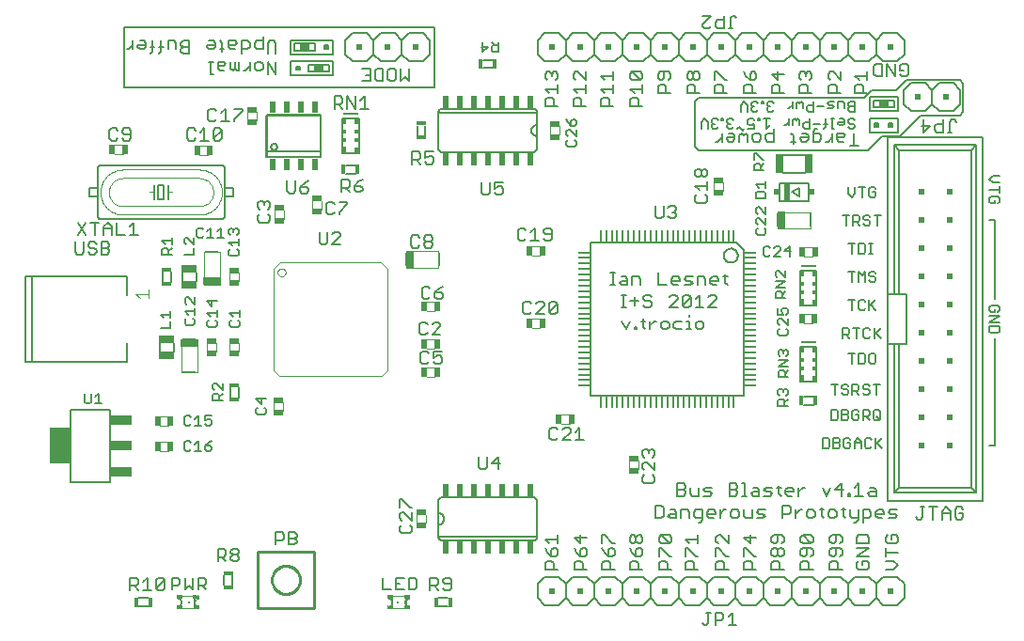
<source format=gto>
G75*
G70*
%OFA0B0*%
%FSLAX24Y24*%
%IPPOS*%
%LPD*%
%AMOC8*
5,1,8,0,0,1.08239X$1,22.5*
%
%ADD10C,0.0060*%
%ADD11C,0.0050*%
%ADD12C,0.0080*%
%ADD13R,0.0374X0.0197*%
%ADD14R,0.0374X0.0197*%
%ADD15C,0.0040*%
%ADD16R,0.0197X0.0374*%
%ADD17R,0.0197X0.0374*%
%ADD18R,0.0079X0.0472*%
%ADD19R,0.0256X0.0591*%
%ADD20R,0.0340X0.0160*%
%ADD21R,0.0551X0.0256*%
%ADD22R,0.0472X0.0079*%
%ADD23R,0.0591X0.0256*%
%ADD24R,0.0193X0.0433*%
%ADD25R,0.0160X0.0340*%
%ADD26R,0.0197X0.0128*%
%ADD27R,0.0098X0.0059*%
%ADD28R,0.0069X0.0157*%
%ADD29R,0.0079X0.0079*%
%ADD30R,0.0118X0.0118*%
%ADD31R,0.0030X0.0128*%
%ADD32R,0.0200X0.0200*%
%ADD33C,0.0039*%
%ADD34C,0.0086*%
%ADD35R,0.0106X0.0394*%
%ADD36R,0.0394X0.0106*%
%ADD37R,0.0200X0.0450*%
%ADD38R,0.0118X0.0236*%
%ADD39R,0.0118X0.0157*%
%ADD40R,0.0118X0.0197*%
%ADD41R,0.0551X0.0039*%
%ADD42R,0.0551X0.0079*%
%ADD43R,0.0039X0.0079*%
%ADD44R,0.0195X0.0240*%
%ADD45R,0.0197X0.0630*%
%ADD46R,0.0290X0.0690*%
%ADD47R,0.0730X0.1260*%
%ADD48R,0.0730X0.0340*%
%ADD49C,0.0020*%
D10*
X009081Y004831D02*
X009081Y005271D01*
X009301Y005271D01*
X009374Y005198D01*
X009374Y005051D01*
X009301Y004978D01*
X009081Y004978D01*
X009228Y004978D02*
X009374Y004831D01*
X009541Y004831D02*
X009835Y004831D01*
X009688Y004831D02*
X009688Y005271D01*
X009541Y005125D01*
X010002Y005198D02*
X010002Y004904D01*
X010295Y005198D01*
X010295Y004904D01*
X010222Y004831D01*
X010075Y004831D01*
X010002Y004904D01*
X010002Y005198D02*
X010075Y005271D01*
X010222Y005271D01*
X010295Y005198D01*
X009721Y004541D02*
X009381Y004541D01*
X009381Y004261D02*
X009721Y004261D01*
X012413Y005018D02*
X012413Y005358D01*
X012693Y005358D02*
X012693Y005018D01*
X012723Y005858D02*
X012649Y005931D01*
X012649Y006005D01*
X012723Y006078D01*
X012870Y006078D01*
X012943Y006005D01*
X012943Y005931D01*
X012870Y005858D01*
X012723Y005858D01*
X012723Y006078D02*
X012649Y006152D01*
X012649Y006225D01*
X012723Y006298D01*
X012870Y006298D01*
X012943Y006225D01*
X012943Y006152D01*
X012870Y006078D01*
X012483Y006078D02*
X012483Y006225D01*
X012409Y006298D01*
X012189Y006298D01*
X012189Y005858D01*
X012189Y006005D02*
X012409Y006005D01*
X012483Y006078D01*
X012336Y006005D02*
X012483Y005858D01*
X018628Y006916D02*
X018701Y006842D01*
X018995Y006842D01*
X019068Y006916D01*
X019068Y007063D01*
X018995Y007136D01*
X019068Y007303D02*
X018775Y007596D01*
X018701Y007596D01*
X018628Y007523D01*
X018628Y007376D01*
X018701Y007303D01*
X018701Y007136D02*
X018628Y007063D01*
X018628Y006916D01*
X019068Y007303D02*
X019068Y007596D01*
X019068Y007763D02*
X018995Y007763D01*
X018701Y008057D01*
X018628Y008057D01*
X018628Y007763D01*
X020006Y007554D02*
X020006Y007154D01*
X020006Y006734D01*
X020006Y006724D02*
X023506Y006724D01*
X023506Y006734D02*
X023506Y007974D01*
X023504Y007997D01*
X023499Y008020D01*
X023490Y008042D01*
X023477Y008062D01*
X023462Y008080D01*
X023444Y008095D01*
X023424Y008108D01*
X023402Y008117D01*
X023379Y008122D01*
X023356Y008124D01*
X020156Y008124D01*
X020133Y008122D01*
X020110Y008117D01*
X020088Y008108D01*
X020068Y008095D01*
X020050Y008080D01*
X020035Y008062D01*
X020022Y008042D01*
X020013Y008020D01*
X020008Y007997D01*
X020006Y007974D01*
X020006Y007554D01*
X020033Y007552D01*
X020060Y007547D01*
X020086Y007537D01*
X020110Y007525D01*
X020132Y007509D01*
X020152Y007491D01*
X020169Y007469D01*
X020184Y007446D01*
X020194Y007421D01*
X020202Y007395D01*
X020206Y007368D01*
X020206Y007340D01*
X020202Y007313D01*
X020194Y007287D01*
X020184Y007262D01*
X020169Y007239D01*
X020152Y007217D01*
X020132Y007199D01*
X020110Y007183D01*
X020086Y007171D01*
X020060Y007161D01*
X020033Y007156D01*
X020006Y007154D01*
X020006Y006734D02*
X020008Y006711D01*
X020013Y006688D01*
X020022Y006666D01*
X020035Y006646D01*
X020050Y006628D01*
X020068Y006613D01*
X020088Y006600D01*
X020110Y006591D01*
X020133Y006586D01*
X020156Y006584D01*
X023356Y006584D01*
X023379Y006586D01*
X023402Y006591D01*
X023424Y006600D01*
X023444Y006613D01*
X023462Y006628D01*
X023477Y006646D01*
X023490Y006666D01*
X023499Y006688D01*
X023504Y006711D01*
X023506Y006734D01*
X023795Y006630D02*
X024235Y006630D01*
X024235Y006484D02*
X024235Y006777D01*
X023942Y006484D02*
X023795Y006630D01*
X023795Y006317D02*
X023868Y006170D01*
X024015Y006023D01*
X024015Y006243D01*
X024089Y006317D01*
X024162Y006317D01*
X024235Y006243D01*
X024235Y006097D01*
X024162Y006023D01*
X024015Y006023D01*
X024015Y005856D02*
X024089Y005783D01*
X024089Y005563D01*
X024235Y005563D02*
X023795Y005563D01*
X023795Y005783D01*
X023868Y005856D01*
X024015Y005856D01*
X023773Y005295D02*
X024273Y005295D01*
X024523Y005045D01*
X024773Y005295D01*
X025273Y005295D01*
X025523Y005045D01*
X025773Y005295D01*
X026273Y005295D01*
X026523Y005045D01*
X026773Y005295D01*
X027273Y005295D01*
X027523Y005045D01*
X027773Y005295D01*
X028273Y005295D01*
X028523Y005045D01*
X028773Y005295D01*
X029273Y005295D01*
X029523Y005045D01*
X029773Y005295D01*
X030273Y005295D01*
X030523Y005045D01*
X030773Y005295D01*
X031273Y005295D01*
X031523Y005045D01*
X031773Y005295D01*
X032273Y005295D01*
X032523Y005045D01*
X032773Y005295D01*
X033273Y005295D01*
X033523Y005045D01*
X033773Y005295D01*
X034273Y005295D01*
X034523Y005045D01*
X034773Y005295D01*
X035273Y005295D01*
X035523Y005045D01*
X035773Y005295D01*
X036273Y005295D01*
X036523Y005045D01*
X036523Y004545D01*
X036273Y004295D01*
X035773Y004295D01*
X035523Y004545D01*
X035273Y004295D01*
X034773Y004295D01*
X034523Y004545D01*
X034523Y005045D01*
X034324Y005563D02*
X033884Y005563D01*
X033884Y005783D01*
X033957Y005856D01*
X034104Y005856D01*
X034177Y005783D01*
X034177Y005563D01*
X033523Y005045D02*
X033523Y004545D01*
X033273Y004295D01*
X032773Y004295D01*
X032523Y004545D01*
X032273Y004295D01*
X031773Y004295D01*
X031523Y004545D01*
X031523Y005045D01*
X031273Y005563D02*
X030832Y005563D01*
X030832Y005783D01*
X030906Y005856D01*
X031053Y005856D01*
X031126Y005783D01*
X031126Y005563D01*
X031817Y005563D02*
X031817Y005783D01*
X031890Y005856D01*
X032037Y005856D01*
X032110Y005783D01*
X032110Y005563D01*
X032257Y005563D02*
X031817Y005563D01*
X031890Y006023D02*
X031964Y006023D01*
X032037Y006097D01*
X032037Y006243D01*
X032110Y006317D01*
X032184Y006317D01*
X032257Y006243D01*
X032257Y006097D01*
X032184Y006023D01*
X032110Y006023D01*
X032037Y006097D01*
X032037Y006243D02*
X031964Y006317D01*
X031890Y006317D01*
X031817Y006243D01*
X031817Y006097D01*
X031890Y006023D01*
X031890Y006484D02*
X031964Y006484D01*
X032037Y006557D01*
X032037Y006777D01*
X032184Y006777D02*
X031890Y006777D01*
X031817Y006704D01*
X031817Y006557D01*
X031890Y006484D01*
X032184Y006484D02*
X032257Y006557D01*
X032257Y006704D01*
X032184Y006777D01*
X032850Y006704D02*
X032924Y006777D01*
X033217Y006484D01*
X033291Y006557D01*
X033291Y006704D01*
X033217Y006777D01*
X032924Y006777D01*
X032850Y006704D02*
X032850Y006557D01*
X032924Y006484D01*
X033217Y006484D01*
X033217Y006317D02*
X032924Y006317D01*
X032850Y006243D01*
X032850Y006097D01*
X032924Y006023D01*
X032997Y006023D01*
X033070Y006097D01*
X033070Y006317D01*
X033217Y006317D02*
X033291Y006243D01*
X033291Y006097D01*
X033217Y006023D01*
X033070Y005856D02*
X033144Y005783D01*
X033144Y005563D01*
X033291Y005563D02*
X032850Y005563D01*
X032850Y005783D01*
X032924Y005856D01*
X033070Y005856D01*
X033884Y006097D02*
X033884Y006243D01*
X033957Y006317D01*
X034251Y006317D01*
X034324Y006243D01*
X034324Y006097D01*
X034251Y006023D01*
X034104Y006097D02*
X034104Y006317D01*
X034030Y006484D02*
X034104Y006557D01*
X034104Y006777D01*
X034251Y006777D02*
X033957Y006777D01*
X033884Y006704D01*
X033884Y006557D01*
X033957Y006484D01*
X034030Y006484D01*
X034251Y006484D02*
X034324Y006557D01*
X034324Y006704D01*
X034251Y006777D01*
X034819Y006704D02*
X034819Y006484D01*
X035259Y006484D01*
X035259Y006704D01*
X035186Y006777D01*
X034892Y006777D01*
X034819Y006704D01*
X034819Y006317D02*
X035259Y006317D01*
X034819Y006023D01*
X035259Y006023D01*
X035186Y005856D02*
X035039Y005856D01*
X035039Y005710D01*
X035186Y005856D02*
X035259Y005783D01*
X035259Y005636D01*
X035186Y005563D01*
X034892Y005563D01*
X034819Y005636D01*
X034819Y005783D01*
X034892Y005856D01*
X034104Y006097D02*
X034030Y006023D01*
X033957Y006023D01*
X033884Y006097D01*
X032523Y005045D02*
X032523Y004545D01*
X031523Y004545D02*
X031273Y004295D01*
X030773Y004295D01*
X030523Y004545D01*
X030273Y004295D01*
X029773Y004295D01*
X029523Y004545D01*
X029273Y004295D01*
X028773Y004295D01*
X028523Y004545D01*
X028523Y005045D01*
X028766Y005563D02*
X028766Y005783D01*
X028839Y005856D01*
X028986Y005856D01*
X029059Y005783D01*
X029059Y005563D01*
X029206Y005563D02*
X028766Y005563D01*
X028271Y005563D02*
X027831Y005563D01*
X027831Y005783D01*
X027904Y005856D01*
X028051Y005856D01*
X028124Y005783D01*
X028124Y005563D01*
X027523Y005045D02*
X027523Y004545D01*
X027273Y004295D01*
X026773Y004295D01*
X026523Y004545D01*
X026273Y004295D01*
X025773Y004295D01*
X025523Y004545D01*
X025523Y005045D01*
X025269Y005563D02*
X024829Y005563D01*
X024829Y005783D01*
X024902Y005856D01*
X025049Y005856D01*
X025122Y005783D01*
X025122Y005563D01*
X024523Y005045D02*
X024523Y004545D01*
X024273Y004295D01*
X023773Y004295D01*
X023523Y004545D01*
X023523Y005045D01*
X023773Y005295D01*
X024523Y004545D02*
X024773Y004295D01*
X025273Y004295D01*
X025523Y004545D01*
X026523Y004545D02*
X026523Y005045D01*
X026253Y005563D02*
X025813Y005563D01*
X025813Y005783D01*
X025886Y005856D01*
X026033Y005856D01*
X026106Y005783D01*
X026106Y005563D01*
X026033Y006023D02*
X026033Y006243D01*
X026106Y006317D01*
X026180Y006317D01*
X026253Y006243D01*
X026253Y006097D01*
X026180Y006023D01*
X026033Y006023D01*
X025886Y006170D01*
X025813Y006317D01*
X025813Y006484D02*
X025813Y006777D01*
X025886Y006777D01*
X026180Y006484D01*
X026253Y006484D01*
X026797Y006557D02*
X026797Y006704D01*
X026870Y006777D01*
X026944Y006777D01*
X027017Y006704D01*
X027017Y006557D01*
X026944Y006484D01*
X026870Y006484D01*
X026797Y006557D01*
X027017Y006557D02*
X027091Y006484D01*
X027164Y006484D01*
X027237Y006557D01*
X027237Y006704D01*
X027164Y006777D01*
X027091Y006777D01*
X027017Y006704D01*
X027091Y006317D02*
X027017Y006243D01*
X027017Y006023D01*
X027164Y006023D01*
X027237Y006097D01*
X027237Y006243D01*
X027164Y006317D01*
X027091Y006317D01*
X026870Y006170D02*
X027017Y006023D01*
X027017Y005856D02*
X027091Y005783D01*
X027091Y005563D01*
X027237Y005563D02*
X026797Y005563D01*
X026797Y005783D01*
X026870Y005856D01*
X027017Y005856D01*
X026870Y006170D02*
X026797Y006317D01*
X027831Y006317D02*
X027831Y006023D01*
X027831Y006317D02*
X027904Y006317D01*
X028197Y006023D01*
X028271Y006023D01*
X028197Y006484D02*
X027904Y006484D01*
X027831Y006557D01*
X027831Y006704D01*
X027904Y006777D01*
X028197Y006484D01*
X028271Y006557D01*
X028271Y006704D01*
X028197Y006777D01*
X027904Y006777D01*
X027911Y007384D02*
X027985Y007457D01*
X027985Y007751D01*
X027911Y007824D01*
X027691Y007824D01*
X027691Y007384D01*
X027911Y007384D01*
X028151Y007457D02*
X028225Y007530D01*
X028445Y007530D01*
X028445Y007604D02*
X028445Y007384D01*
X028225Y007384D01*
X028151Y007457D01*
X028225Y007677D02*
X028372Y007677D01*
X028445Y007604D01*
X028612Y007677D02*
X028832Y007677D01*
X028905Y007604D01*
X028905Y007384D01*
X029072Y007457D02*
X029146Y007384D01*
X029366Y007384D01*
X029366Y007310D02*
X029366Y007677D01*
X029146Y007677D01*
X029072Y007604D01*
X029072Y007457D01*
X029219Y007237D02*
X029292Y007237D01*
X029366Y007310D01*
X029533Y007457D02*
X029606Y007384D01*
X029753Y007384D01*
X029826Y007530D02*
X029533Y007530D01*
X029533Y007457D02*
X029533Y007604D01*
X029606Y007677D01*
X029753Y007677D01*
X029826Y007604D01*
X029826Y007530D01*
X029993Y007530D02*
X030140Y007677D01*
X030213Y007677D01*
X030376Y007604D02*
X030376Y007457D01*
X030450Y007384D01*
X030597Y007384D01*
X030670Y007457D01*
X030670Y007604D01*
X030597Y007677D01*
X030450Y007677D01*
X030376Y007604D01*
X029993Y007677D02*
X029993Y007384D01*
X029995Y006777D02*
X029922Y006777D01*
X029848Y006704D01*
X029848Y006557D01*
X029922Y006484D01*
X029922Y006317D02*
X030215Y006023D01*
X030289Y006023D01*
X030068Y005856D02*
X030142Y005783D01*
X030142Y005563D01*
X030289Y005563D02*
X029848Y005563D01*
X029848Y005783D01*
X029922Y005856D01*
X030068Y005856D01*
X029848Y006023D02*
X029848Y006317D01*
X029922Y006317D01*
X030289Y006484D02*
X029995Y006777D01*
X030289Y006777D02*
X030289Y006484D01*
X030832Y006317D02*
X030832Y006023D01*
X030832Y006317D02*
X030906Y006317D01*
X031199Y006023D01*
X031273Y006023D01*
X031053Y006484D02*
X031053Y006777D01*
X031273Y006704D02*
X030832Y006704D01*
X031053Y006484D01*
X031130Y007384D02*
X030910Y007384D01*
X030837Y007457D01*
X030837Y007677D01*
X031130Y007677D02*
X031130Y007384D01*
X031297Y007384D02*
X031517Y007384D01*
X031591Y007457D01*
X031517Y007530D01*
X031371Y007530D01*
X031297Y007604D01*
X031371Y007677D01*
X031591Y007677D01*
X032218Y007530D02*
X032438Y007530D01*
X032511Y007604D01*
X032511Y007751D01*
X032438Y007824D01*
X032218Y007824D01*
X032218Y007384D01*
X032678Y007384D02*
X032678Y007677D01*
X032678Y007530D02*
X032825Y007677D01*
X032898Y007677D01*
X033062Y007604D02*
X033062Y007457D01*
X033135Y007384D01*
X033282Y007384D01*
X033355Y007457D01*
X033355Y007604D01*
X033282Y007677D01*
X033135Y007677D01*
X033062Y007604D01*
X033522Y007677D02*
X033669Y007677D01*
X033596Y007751D02*
X033596Y007457D01*
X033669Y007384D01*
X033829Y007457D02*
X033903Y007384D01*
X034049Y007384D01*
X034123Y007457D01*
X034123Y007604D01*
X034049Y007677D01*
X033903Y007677D01*
X033829Y007604D01*
X033829Y007457D01*
X034289Y007677D02*
X034436Y007677D01*
X034363Y007751D02*
X034363Y007457D01*
X034436Y007384D01*
X034596Y007457D02*
X034670Y007384D01*
X034890Y007384D01*
X034890Y007310D02*
X034817Y007237D01*
X034743Y007237D01*
X034890Y007310D02*
X034890Y007677D01*
X035057Y007677D02*
X035277Y007677D01*
X035350Y007604D01*
X035350Y007457D01*
X035277Y007384D01*
X035057Y007384D01*
X035057Y007237D02*
X035057Y007677D01*
X034596Y007677D02*
X034596Y007457D01*
X034613Y008171D02*
X034540Y008171D01*
X034540Y008244D01*
X034613Y008244D01*
X034613Y008171D01*
X034770Y008171D02*
X035064Y008171D01*
X034917Y008171D02*
X034917Y008611D01*
X034770Y008465D01*
X034373Y008391D02*
X034079Y008391D01*
X034300Y008611D01*
X034300Y008171D01*
X033913Y008465D02*
X033766Y008171D01*
X033619Y008465D01*
X032995Y008465D02*
X032922Y008465D01*
X032775Y008318D01*
X032775Y008171D02*
X032775Y008465D01*
X032608Y008391D02*
X032608Y008318D01*
X032315Y008318D01*
X032315Y008391D02*
X032388Y008465D01*
X032535Y008465D01*
X032608Y008391D01*
X032535Y008171D02*
X032388Y008171D01*
X032315Y008244D01*
X032315Y008391D01*
X032155Y008465D02*
X032008Y008465D01*
X032081Y008538D02*
X032081Y008244D01*
X032155Y008171D01*
X031841Y008244D02*
X031768Y008318D01*
X031621Y008318D01*
X031548Y008391D01*
X031621Y008465D01*
X031841Y008465D01*
X031841Y008244D02*
X031768Y008171D01*
X031548Y008171D01*
X031381Y008171D02*
X031381Y008391D01*
X031307Y008465D01*
X031161Y008465D01*
X031161Y008318D02*
X031381Y008318D01*
X031381Y008171D02*
X031161Y008171D01*
X031087Y008244D01*
X031161Y008318D01*
X030927Y008171D02*
X030780Y008171D01*
X030854Y008171D02*
X030854Y008611D01*
X030780Y008611D01*
X030614Y008538D02*
X030614Y008465D01*
X030540Y008391D01*
X030320Y008391D01*
X030320Y008171D02*
X030540Y008171D01*
X030614Y008244D01*
X030614Y008318D01*
X030540Y008391D01*
X030614Y008538D02*
X030540Y008611D01*
X030320Y008611D01*
X030320Y008171D01*
X029693Y008244D02*
X029619Y008318D01*
X029473Y008318D01*
X029399Y008391D01*
X029473Y008465D01*
X029693Y008465D01*
X029693Y008244D02*
X029619Y008171D01*
X029399Y008171D01*
X029232Y008171D02*
X029232Y008465D01*
X028939Y008465D02*
X028939Y008244D01*
X029012Y008171D01*
X029232Y008171D01*
X028772Y008244D02*
X028772Y008318D01*
X028699Y008391D01*
X028479Y008391D01*
X028699Y008391D02*
X028772Y008465D01*
X028772Y008538D01*
X028699Y008611D01*
X028479Y008611D01*
X028479Y008171D01*
X028699Y008171D01*
X028772Y008244D01*
X028612Y007677D02*
X028612Y007384D01*
X028766Y006630D02*
X029206Y006630D01*
X029206Y006484D02*
X029206Y006777D01*
X028912Y006484D02*
X028766Y006630D01*
X028766Y006317D02*
X028839Y006317D01*
X029133Y006023D01*
X029206Y006023D01*
X028766Y006023D02*
X028766Y006317D01*
X029523Y005045D02*
X029523Y004545D01*
X029511Y004035D02*
X029658Y004035D01*
X029584Y004035D02*
X029584Y003668D01*
X029511Y003594D01*
X029438Y003594D01*
X029364Y003668D01*
X029825Y003741D02*
X030045Y003741D01*
X030118Y003814D01*
X030118Y003961D01*
X030045Y004035D01*
X029825Y004035D01*
X029825Y003594D01*
X030285Y003594D02*
X030579Y003594D01*
X030432Y003594D02*
X030432Y004035D01*
X030285Y003888D01*
X030523Y004545D02*
X030523Y005045D01*
X028523Y004545D02*
X028273Y004295D01*
X027773Y004295D01*
X027523Y004545D01*
X025269Y006097D02*
X025269Y006243D01*
X025196Y006317D01*
X025122Y006317D01*
X025049Y006243D01*
X025049Y006023D01*
X025196Y006023D01*
X025269Y006097D01*
X025049Y006023D02*
X024902Y006170D01*
X024829Y006317D01*
X025049Y006484D02*
X025049Y006777D01*
X025269Y006704D02*
X024829Y006704D01*
X025049Y006484D01*
X027240Y008687D02*
X027313Y008614D01*
X027607Y008614D01*
X027680Y008687D01*
X027680Y008834D01*
X027607Y008908D01*
X027680Y009074D02*
X027387Y009368D01*
X027313Y009368D01*
X027240Y009295D01*
X027240Y009148D01*
X027313Y009074D01*
X027313Y008908D02*
X027240Y008834D01*
X027240Y008687D01*
X027680Y009074D02*
X027680Y009368D01*
X027607Y009535D02*
X027680Y009608D01*
X027680Y009755D01*
X027607Y009828D01*
X027534Y009828D01*
X027460Y009755D01*
X027460Y009681D01*
X027460Y009755D02*
X027387Y009828D01*
X027313Y009828D01*
X027240Y009755D01*
X027240Y009608D01*
X027313Y009535D01*
X025165Y010140D02*
X024872Y010140D01*
X025018Y010140D02*
X025018Y010580D01*
X024872Y010433D01*
X024705Y010433D02*
X024411Y010140D01*
X024705Y010140D01*
X024705Y010433D02*
X024705Y010507D01*
X024631Y010580D01*
X024485Y010580D01*
X024411Y010507D01*
X024245Y010507D02*
X024171Y010580D01*
X024024Y010580D01*
X023951Y010507D01*
X023951Y010213D01*
X024024Y010140D01*
X024171Y010140D01*
X024245Y010213D01*
X022122Y009546D02*
X022122Y009106D01*
X022195Y009326D02*
X021901Y009326D01*
X022122Y009546D01*
X021735Y009546D02*
X021735Y009180D01*
X021661Y009106D01*
X021514Y009106D01*
X021441Y009180D01*
X021441Y009546D01*
X020055Y012846D02*
X019908Y012846D01*
X019835Y012920D01*
X019835Y013066D02*
X019981Y013140D01*
X020055Y013140D01*
X020128Y013066D01*
X020128Y012920D01*
X020055Y012846D01*
X019835Y013066D02*
X019835Y013287D01*
X020128Y013287D01*
X019668Y013213D02*
X019594Y013287D01*
X019448Y013287D01*
X019374Y013213D01*
X019374Y012920D01*
X019448Y012846D01*
X019594Y012846D01*
X019668Y012920D01*
X019785Y013880D02*
X020079Y014173D01*
X020079Y014247D01*
X020005Y014320D01*
X019859Y014320D01*
X019785Y014247D01*
X019619Y014247D02*
X019545Y014320D01*
X019398Y014320D01*
X019325Y014247D01*
X019325Y013953D01*
X019398Y013880D01*
X019545Y013880D01*
X019619Y013953D01*
X019785Y013880D02*
X020079Y013880D01*
X020104Y015159D02*
X020177Y015233D01*
X020177Y015306D01*
X020104Y015379D01*
X019884Y015379D01*
X019884Y015233D01*
X019957Y015159D01*
X020104Y015159D01*
X019884Y015379D02*
X020031Y015526D01*
X020177Y015600D01*
X019717Y015526D02*
X019644Y015600D01*
X019497Y015600D01*
X019423Y015526D01*
X019423Y015233D01*
X019497Y015159D01*
X019644Y015159D01*
X019717Y015233D01*
X019720Y016970D02*
X019573Y016970D01*
X019500Y017044D01*
X019500Y017117D01*
X019573Y017190D01*
X019720Y017190D01*
X019793Y017117D01*
X019793Y017044D01*
X019720Y016970D01*
X019720Y017190D02*
X019793Y017264D01*
X019793Y017337D01*
X019720Y017411D01*
X019573Y017411D01*
X019500Y017337D01*
X019500Y017264D01*
X019573Y017190D01*
X019333Y017044D02*
X019260Y016970D01*
X019113Y016970D01*
X019040Y017044D01*
X019040Y017337D01*
X019113Y017411D01*
X019260Y017411D01*
X019333Y017337D01*
X017323Y019022D02*
X017250Y018949D01*
X017103Y018949D01*
X017029Y019022D01*
X017029Y019169D01*
X017250Y019169D01*
X017323Y019095D01*
X017323Y019022D01*
X017176Y019316D02*
X017029Y019169D01*
X016863Y019169D02*
X016789Y019095D01*
X016569Y019095D01*
X016569Y018949D02*
X016569Y019389D01*
X016789Y019389D01*
X016863Y019316D01*
X016863Y019169D01*
X016716Y019095D02*
X016863Y018949D01*
X016782Y018602D02*
X016488Y018602D01*
X016321Y018528D02*
X016248Y018602D01*
X016101Y018602D01*
X016028Y018528D01*
X016028Y018235D01*
X016101Y018161D01*
X016248Y018161D01*
X016321Y018235D01*
X016488Y018235D02*
X016488Y018161D01*
X016488Y018235D02*
X016782Y018528D01*
X016782Y018602D01*
X017176Y019316D02*
X017323Y019389D01*
X017063Y019600D02*
X016723Y019600D01*
X016723Y019880D02*
X017063Y019880D01*
X015404Y019340D02*
X015257Y019266D01*
X015110Y019120D01*
X015330Y019120D01*
X015404Y019046D01*
X015404Y018973D01*
X015330Y018899D01*
X015184Y018899D01*
X015110Y018973D01*
X015110Y019120D01*
X014943Y018973D02*
X014943Y019340D01*
X014650Y019340D02*
X014650Y018973D01*
X014723Y018899D01*
X014870Y018899D01*
X014943Y018973D01*
X014051Y018552D02*
X014051Y018406D01*
X013977Y018332D01*
X013977Y018165D02*
X014051Y018092D01*
X014051Y017945D01*
X013977Y017872D01*
X013684Y017872D01*
X013610Y017945D01*
X013610Y018092D01*
X013684Y018165D01*
X013684Y018332D02*
X013610Y018406D01*
X013610Y018552D01*
X013684Y018626D01*
X013757Y018626D01*
X013831Y018552D01*
X013904Y018626D01*
X013977Y018626D01*
X014051Y018552D01*
X013831Y018552D02*
X013831Y018479D01*
X012731Y018790D02*
X012731Y019090D01*
X012431Y019090D01*
X012431Y018790D01*
X012731Y018790D01*
X012431Y018790D02*
X012431Y018490D01*
X012431Y018090D01*
X012429Y018073D01*
X012425Y018056D01*
X012418Y018040D01*
X012408Y018026D01*
X012395Y018013D01*
X012381Y018003D01*
X012365Y017996D01*
X012348Y017992D01*
X012331Y017990D01*
X008031Y017990D01*
X008014Y017992D01*
X007997Y017996D01*
X007981Y018003D01*
X007967Y018013D01*
X007954Y018026D01*
X007944Y018040D01*
X007937Y018056D01*
X007933Y018073D01*
X007931Y018090D01*
X007931Y018490D01*
X007931Y019390D01*
X007931Y019790D01*
X007933Y019807D01*
X007937Y019824D01*
X007944Y019840D01*
X007954Y019854D01*
X007967Y019867D01*
X007981Y019877D01*
X007997Y019884D01*
X008014Y019888D01*
X008031Y019890D01*
X012331Y019890D01*
X012348Y019888D01*
X012365Y019884D01*
X012381Y019877D01*
X012395Y019867D01*
X012408Y019854D01*
X012418Y019840D01*
X012425Y019824D01*
X012429Y019807D01*
X012431Y019790D01*
X012431Y019390D01*
X012431Y019090D01*
X010431Y019190D02*
X010431Y018940D01*
X010431Y018690D01*
X010281Y018690D02*
X010281Y019190D01*
X010081Y019190D01*
X010081Y018690D01*
X010281Y018690D01*
X009931Y018690D02*
X009931Y018940D01*
X009931Y019190D01*
X009207Y017863D02*
X009207Y017423D01*
X009060Y017423D02*
X009354Y017423D01*
X009060Y017717D02*
X009207Y017863D01*
X008600Y017863D02*
X008600Y017423D01*
X008893Y017423D01*
X008433Y017423D02*
X008433Y017717D01*
X008286Y017863D01*
X008139Y017717D01*
X008139Y017423D01*
X008139Y017643D02*
X008433Y017643D01*
X007973Y017863D02*
X007679Y017863D01*
X007826Y017863D02*
X007826Y017423D01*
X007816Y017176D02*
X007670Y017176D01*
X007596Y017103D01*
X007596Y017029D01*
X007670Y016956D01*
X007816Y016956D01*
X007890Y016882D01*
X007890Y016809D01*
X007816Y016736D01*
X007670Y016736D01*
X007596Y016809D01*
X007430Y016809D02*
X007430Y017176D01*
X007512Y017423D02*
X007219Y017863D01*
X007512Y017863D02*
X007219Y017423D01*
X007136Y017176D02*
X007136Y016809D01*
X007209Y016736D01*
X007356Y016736D01*
X007430Y016809D01*
X007816Y017176D02*
X007890Y017103D01*
X008057Y017176D02*
X008277Y017176D01*
X008350Y017103D01*
X008350Y017029D01*
X008277Y016956D01*
X008057Y016956D01*
X008277Y016956D02*
X008350Y016882D01*
X008350Y016809D01*
X008277Y016736D01*
X008057Y016736D01*
X008057Y017176D01*
X010241Y016110D02*
X010241Y015770D01*
X010521Y015770D02*
X010521Y016110D01*
X010931Y016102D02*
X010931Y015779D01*
X011431Y015779D02*
X011431Y016102D01*
X010631Y013602D02*
X010631Y013279D01*
X010131Y013279D02*
X010131Y013602D01*
X012641Y012010D02*
X012641Y011670D01*
X012921Y011670D02*
X012921Y012010D01*
X015864Y017088D02*
X016010Y017088D01*
X016084Y017162D01*
X016084Y017529D01*
X016251Y017455D02*
X016324Y017529D01*
X016471Y017529D01*
X016544Y017455D01*
X016544Y017382D01*
X016251Y017088D01*
X016544Y017088D01*
X015864Y017088D02*
X015790Y017162D01*
X015790Y017529D01*
X019079Y019933D02*
X019079Y020373D01*
X019299Y020373D01*
X019372Y020300D01*
X019372Y020153D01*
X019299Y020080D01*
X019079Y020080D01*
X019226Y020080D02*
X019372Y019933D01*
X019539Y020006D02*
X019613Y019933D01*
X019759Y019933D01*
X019833Y020006D01*
X019833Y020153D01*
X019759Y020226D01*
X019686Y020226D01*
X019539Y020153D01*
X019539Y020373D01*
X019833Y020373D01*
X020006Y020513D02*
X020006Y021753D01*
X020006Y021763D02*
X023506Y021763D01*
X023506Y021753D02*
X023506Y021333D01*
X023506Y020933D01*
X023506Y020513D01*
X023504Y020490D01*
X023499Y020467D01*
X023490Y020445D01*
X023477Y020425D01*
X023462Y020407D01*
X023444Y020392D01*
X023424Y020379D01*
X023402Y020370D01*
X023379Y020365D01*
X023356Y020363D01*
X020156Y020363D01*
X020133Y020365D01*
X020110Y020370D01*
X020088Y020379D01*
X020068Y020392D01*
X020050Y020407D01*
X020035Y020425D01*
X020022Y020445D01*
X020013Y020467D01*
X020008Y020490D01*
X020006Y020513D01*
X019534Y020963D02*
X019534Y021303D01*
X019253Y021303D02*
X019253Y020963D01*
X020006Y021753D02*
X020008Y021776D01*
X020013Y021799D01*
X020022Y021821D01*
X020035Y021841D01*
X020050Y021859D01*
X020068Y021874D01*
X020088Y021887D01*
X020110Y021896D01*
X020133Y021901D01*
X020156Y021903D01*
X023356Y021903D01*
X023379Y021901D01*
X023402Y021896D01*
X023424Y021887D01*
X023444Y021874D01*
X023462Y021859D01*
X023477Y021841D01*
X023490Y021821D01*
X023499Y021799D01*
X023504Y021776D01*
X023506Y021753D01*
X023803Y021997D02*
X023803Y022217D01*
X023876Y022290D01*
X024023Y022290D01*
X024097Y022217D01*
X024097Y021997D01*
X024243Y021997D02*
X023803Y021997D01*
X023950Y022457D02*
X023803Y022604D01*
X024243Y022604D01*
X024243Y022457D02*
X024243Y022751D01*
X024170Y022917D02*
X024243Y022991D01*
X024243Y023138D01*
X024170Y023211D01*
X024097Y023211D01*
X024023Y023138D01*
X024023Y023064D01*
X024023Y023138D02*
X023950Y023211D01*
X023876Y023211D01*
X023803Y023138D01*
X023803Y022991D01*
X023876Y022917D01*
X023773Y023586D02*
X023523Y023836D01*
X023523Y024336D01*
X023773Y024586D01*
X024273Y024586D01*
X024523Y024336D01*
X024773Y024586D01*
X025273Y024586D01*
X025523Y024336D01*
X025773Y024586D01*
X026273Y024586D01*
X026523Y024336D01*
X026773Y024586D01*
X027273Y024586D01*
X027523Y024336D01*
X027773Y024586D01*
X028273Y024586D01*
X028523Y024336D01*
X028773Y024586D01*
X029273Y024586D01*
X029523Y024336D01*
X029773Y024586D01*
X030273Y024586D01*
X030523Y024336D01*
X030773Y024586D01*
X031273Y024586D01*
X031523Y024336D01*
X031773Y024586D01*
X032273Y024586D01*
X032523Y024336D01*
X032773Y024586D01*
X033273Y024586D01*
X033523Y024336D01*
X033773Y024586D01*
X034273Y024586D01*
X034523Y024336D01*
X034773Y024586D01*
X035273Y024586D01*
X035523Y024336D01*
X035773Y024586D01*
X036273Y024586D01*
X036523Y024336D01*
X036523Y023836D01*
X036273Y023586D01*
X035773Y023586D01*
X035523Y023836D01*
X035273Y023586D01*
X034773Y023586D01*
X034523Y023836D01*
X034523Y024336D01*
X034523Y023836D02*
X034273Y023586D01*
X033773Y023586D01*
X033523Y023836D01*
X033273Y023586D01*
X032773Y023586D01*
X032523Y023836D01*
X032273Y023586D01*
X031773Y023586D01*
X031523Y023836D01*
X031523Y024336D01*
X031523Y023836D02*
X031273Y023586D01*
X030773Y023586D01*
X030523Y023836D01*
X030273Y023586D01*
X029773Y023586D01*
X029523Y023836D01*
X029273Y023586D01*
X028773Y023586D01*
X028523Y023836D01*
X028523Y024336D01*
X028523Y023836D02*
X028273Y023586D01*
X027773Y023586D01*
X027523Y023836D01*
X027273Y023586D01*
X026773Y023586D01*
X026523Y023836D01*
X026273Y023586D01*
X025773Y023586D01*
X025523Y023836D01*
X025523Y024336D01*
X025523Y023836D02*
X025273Y023586D01*
X024773Y023586D01*
X024523Y023836D01*
X024273Y023586D01*
X023773Y023586D01*
X024523Y023836D02*
X024523Y024336D01*
X024861Y023211D02*
X024787Y023138D01*
X024787Y022991D01*
X024861Y022917D01*
X024861Y023211D02*
X024934Y023211D01*
X025228Y022917D01*
X025228Y023211D01*
X025771Y023064D02*
X026212Y023064D01*
X026212Y022917D02*
X026212Y023211D01*
X025918Y022917D02*
X025771Y023064D01*
X025771Y022604D02*
X026212Y022604D01*
X026212Y022457D02*
X026212Y022751D01*
X025918Y022457D02*
X025771Y022604D01*
X025845Y022290D02*
X025992Y022290D01*
X026065Y022217D01*
X026065Y021997D01*
X026212Y021997D02*
X025771Y021997D01*
X025771Y022217D01*
X025845Y022290D01*
X025228Y022457D02*
X025228Y022751D01*
X025228Y022604D02*
X024787Y022604D01*
X024934Y022457D01*
X025007Y022290D02*
X025081Y022217D01*
X025081Y021997D01*
X025228Y021997D02*
X024787Y021997D01*
X024787Y022217D01*
X024861Y022290D01*
X025007Y022290D01*
X026805Y022217D02*
X026878Y022290D01*
X027025Y022290D01*
X027099Y022217D01*
X027099Y021997D01*
X027245Y021997D02*
X026805Y021997D01*
X026805Y022217D01*
X026952Y022457D02*
X026805Y022604D01*
X027245Y022604D01*
X027245Y022457D02*
X027245Y022751D01*
X027172Y022917D02*
X026878Y022917D01*
X026805Y022991D01*
X026805Y023138D01*
X026878Y023211D01*
X027172Y022917D01*
X027245Y022991D01*
X027245Y023138D01*
X027172Y023211D01*
X026878Y023211D01*
X026523Y023836D02*
X026523Y024336D01*
X027523Y024336D02*
X027523Y023836D01*
X027863Y023211D02*
X027789Y023138D01*
X027789Y022991D01*
X027863Y022917D01*
X027936Y022917D01*
X028009Y022991D01*
X028009Y023211D01*
X027863Y023211D02*
X028156Y023211D01*
X028230Y023138D01*
X028230Y022991D01*
X028156Y022917D01*
X028009Y022751D02*
X027863Y022751D01*
X027789Y022677D01*
X027789Y022457D01*
X028230Y022457D01*
X028083Y022457D02*
X028083Y022677D01*
X028009Y022751D01*
X028823Y022677D02*
X028823Y022457D01*
X029263Y022457D01*
X029116Y022457D02*
X029116Y022677D01*
X029043Y022751D01*
X028896Y022751D01*
X028823Y022677D01*
X028896Y022917D02*
X028969Y022917D01*
X029043Y022991D01*
X029043Y023138D01*
X029116Y023211D01*
X029190Y023211D01*
X029263Y023138D01*
X029263Y022991D01*
X029190Y022917D01*
X029116Y022917D01*
X029043Y022991D01*
X029043Y023138D02*
X028969Y023211D01*
X028896Y023211D01*
X028823Y023138D01*
X028823Y022991D01*
X028896Y022917D01*
X029239Y022292D02*
X035114Y022292D01*
X035364Y022542D01*
X036239Y022542D01*
X036614Y022917D01*
X038489Y022917D01*
X038614Y022792D01*
X038614Y021792D01*
X038489Y021667D01*
X037114Y021667D01*
X036383Y020935D01*
X035739Y020935D01*
X035220Y020417D01*
X029239Y020417D01*
X029114Y020542D01*
X029114Y022167D01*
X029239Y022292D01*
X029807Y022457D02*
X029807Y022677D01*
X029880Y022751D01*
X030027Y022751D01*
X030100Y022677D01*
X030100Y022457D01*
X030247Y022457D02*
X029807Y022457D01*
X029807Y022917D02*
X029807Y023211D01*
X029880Y023211D01*
X030174Y022917D01*
X030247Y022917D01*
X030840Y022677D02*
X030914Y022751D01*
X031061Y022751D01*
X031134Y022677D01*
X031134Y022457D01*
X031281Y022457D02*
X030840Y022457D01*
X030840Y022677D01*
X031061Y022917D02*
X031061Y023138D01*
X031134Y023211D01*
X031207Y023211D01*
X031281Y023138D01*
X031281Y022991D01*
X031207Y022917D01*
X031061Y022917D01*
X030914Y023064D01*
X030840Y023211D01*
X030523Y023836D02*
X030523Y024336D01*
X030437Y024748D02*
X030290Y024748D01*
X030364Y024748D02*
X030364Y025114D01*
X030437Y025188D01*
X030510Y025188D01*
X030584Y025114D01*
X030124Y025041D02*
X029903Y025041D01*
X029830Y024968D01*
X029830Y024821D01*
X029903Y024748D01*
X030124Y024748D01*
X030124Y025188D01*
X029663Y025188D02*
X029370Y024894D01*
X029370Y024821D01*
X029443Y024748D01*
X029590Y024748D01*
X029663Y024821D01*
X029523Y024336D02*
X029523Y023836D01*
X029663Y025188D02*
X029370Y025188D01*
X031825Y023138D02*
X032045Y022917D01*
X032045Y023211D01*
X032265Y023138D02*
X031825Y023138D01*
X031898Y022751D02*
X032045Y022751D01*
X032118Y022677D01*
X032118Y022457D01*
X032265Y022457D02*
X031825Y022457D01*
X031825Y022677D01*
X031898Y022751D01*
X032809Y022677D02*
X032809Y022457D01*
X033249Y022457D01*
X033102Y022457D02*
X033102Y022677D01*
X033029Y022751D01*
X032882Y022751D01*
X032809Y022677D01*
X032882Y022917D02*
X032809Y022991D01*
X032809Y023138D01*
X032882Y023211D01*
X032956Y023211D01*
X033029Y023138D01*
X033102Y023211D01*
X033176Y023211D01*
X033249Y023138D01*
X033249Y022991D01*
X033176Y022917D01*
X033029Y023064D02*
X033029Y023138D01*
X033842Y023138D02*
X033842Y022991D01*
X033916Y022917D01*
X033916Y022751D02*
X034063Y022751D01*
X034136Y022677D01*
X034136Y022457D01*
X034283Y022457D02*
X033842Y022457D01*
X033842Y022677D01*
X033916Y022751D01*
X034283Y022917D02*
X033989Y023211D01*
X033916Y023211D01*
X033842Y023138D01*
X034283Y023211D02*
X034283Y022917D01*
X034777Y023064D02*
X035218Y023064D01*
X035218Y022917D02*
X035218Y023211D01*
X035445Y023125D02*
X035519Y023052D01*
X035739Y023052D01*
X035739Y023492D01*
X035519Y023492D01*
X035445Y023419D01*
X035445Y023125D01*
X035906Y023052D02*
X035906Y023492D01*
X036199Y023052D01*
X036199Y023492D01*
X036366Y023419D02*
X036366Y023272D01*
X036513Y023272D01*
X036660Y023125D02*
X036660Y023419D01*
X036586Y023492D01*
X036439Y023492D01*
X036366Y023419D01*
X036366Y023125D02*
X036439Y023052D01*
X036586Y023052D01*
X036660Y023125D01*
X036754Y022814D02*
X036504Y022564D01*
X036504Y022064D01*
X036754Y021814D01*
X037254Y021814D01*
X037504Y022064D01*
X037754Y021814D01*
X038254Y021814D01*
X038504Y022064D01*
X038504Y022564D01*
X038254Y022814D01*
X037754Y022814D01*
X037504Y022564D01*
X037504Y022064D01*
X037504Y022564D02*
X037254Y022814D01*
X036754Y022814D01*
X035218Y022457D02*
X034777Y022457D01*
X034777Y022677D01*
X034851Y022751D01*
X034998Y022751D01*
X035071Y022677D01*
X035071Y022457D01*
X034924Y022917D02*
X034777Y023064D01*
X035523Y023836D02*
X035523Y024336D01*
X033523Y024336D02*
X033523Y023836D01*
X032523Y023836D02*
X032523Y024336D01*
X037218Y021508D02*
X037218Y021067D01*
X037438Y021288D01*
X037144Y021288D01*
X037605Y021288D02*
X037678Y021361D01*
X037898Y021361D01*
X037898Y021508D02*
X037898Y021067D01*
X037678Y021067D01*
X037605Y021141D01*
X037605Y021288D01*
X038065Y021067D02*
X038212Y021067D01*
X038138Y021067D02*
X038138Y021434D01*
X038212Y021508D01*
X038285Y021508D01*
X038358Y021434D01*
X039295Y020877D02*
X035949Y020877D01*
X035949Y015326D01*
X036161Y015326D01*
X036614Y015326D01*
X036614Y013554D01*
X036161Y013554D01*
X035949Y013554D01*
X035949Y015326D01*
X036161Y015326D02*
X036161Y020606D01*
X036342Y020425D01*
X036342Y015326D01*
X036342Y013554D02*
X036342Y008456D01*
X036161Y008275D01*
X036161Y013554D01*
X035949Y013554D02*
X035949Y008003D01*
X039295Y008003D01*
X039295Y020877D01*
X039082Y020606D02*
X038901Y020425D01*
X036342Y020425D01*
X036161Y020606D02*
X039082Y020606D01*
X039082Y008275D01*
X038901Y008456D01*
X036342Y008456D01*
X036161Y008275D02*
X039082Y008275D01*
X038901Y008456D02*
X038901Y020425D01*
X034888Y020591D02*
X034594Y020591D01*
X034741Y020591D02*
X034741Y021031D01*
X034428Y020958D02*
X034354Y020885D01*
X034134Y020885D01*
X034134Y020811D02*
X034134Y021031D01*
X034354Y021031D01*
X034428Y020958D01*
X034354Y020738D02*
X034207Y020738D01*
X034134Y020811D01*
X033967Y020738D02*
X033967Y021031D01*
X033967Y020885D02*
X033821Y020738D01*
X033747Y020738D01*
X033584Y020811D02*
X033510Y020738D01*
X033290Y020738D01*
X033290Y021105D01*
X033364Y021178D01*
X033437Y021178D01*
X033510Y021031D02*
X033290Y021031D01*
X033123Y020958D02*
X033123Y020811D01*
X033050Y020738D01*
X032903Y020738D01*
X032830Y020811D01*
X032830Y020885D01*
X033123Y020885D01*
X033123Y020958D02*
X033050Y021031D01*
X032903Y021031D01*
X032590Y020958D02*
X032590Y020664D01*
X032663Y020738D02*
X032516Y020738D01*
X032590Y020958D02*
X032516Y021031D01*
X031896Y021031D02*
X031676Y021031D01*
X031602Y020958D01*
X031602Y020811D01*
X031676Y020738D01*
X031896Y020738D01*
X031896Y021178D01*
X031435Y020958D02*
X031362Y021031D01*
X031215Y021031D01*
X031142Y020958D01*
X031142Y020811D01*
X031215Y020738D01*
X031362Y020738D01*
X031435Y020811D01*
X031435Y020958D01*
X030975Y020958D02*
X030975Y020738D01*
X030975Y020958D02*
X030902Y021031D01*
X030828Y020958D01*
X030755Y021031D01*
X030681Y020958D01*
X030681Y020738D01*
X030515Y020811D02*
X030441Y020738D01*
X030294Y020738D01*
X030221Y020811D01*
X030221Y020885D01*
X030515Y020885D01*
X030515Y020958D02*
X030515Y020811D01*
X030515Y020958D02*
X030441Y021031D01*
X030294Y021031D01*
X030054Y021031D02*
X030054Y020738D01*
X029908Y020738D02*
X029834Y020738D01*
X029908Y020738D02*
X030054Y020885D01*
X029477Y019769D02*
X029550Y019696D01*
X029550Y019549D01*
X029477Y019476D01*
X029404Y019476D01*
X029330Y019549D01*
X029330Y019696D01*
X029404Y019769D01*
X029477Y019769D01*
X029330Y019696D02*
X029257Y019769D01*
X029183Y019769D01*
X029110Y019696D01*
X029110Y019549D01*
X029183Y019476D01*
X029257Y019476D01*
X029330Y019549D01*
X029550Y019309D02*
X029550Y019015D01*
X029550Y019162D02*
X029110Y019162D01*
X029257Y019015D01*
X029183Y018849D02*
X029110Y018775D01*
X029110Y018628D01*
X029183Y018555D01*
X029477Y018555D01*
X029550Y018628D01*
X029550Y018775D01*
X029477Y018849D01*
X028445Y018381D02*
X028445Y018307D01*
X028372Y018234D01*
X028445Y018160D01*
X028445Y018087D01*
X028372Y018014D01*
X028225Y018014D01*
X028151Y018087D01*
X027985Y018087D02*
X027985Y018454D01*
X028151Y018381D02*
X028225Y018454D01*
X028372Y018454D01*
X028445Y018381D01*
X028372Y018234D02*
X028298Y018234D01*
X027985Y018087D02*
X027911Y018014D01*
X027764Y018014D01*
X027691Y018087D01*
X027691Y018454D01*
X027804Y016092D02*
X027804Y015651D01*
X028098Y015651D01*
X028265Y015725D02*
X028338Y015651D01*
X028485Y015651D01*
X028558Y015798D02*
X028265Y015798D01*
X028265Y015725D02*
X028265Y015872D01*
X028338Y015945D01*
X028485Y015945D01*
X028558Y015872D01*
X028558Y015798D01*
X028725Y015872D02*
X028798Y015945D01*
X029019Y015945D01*
X028945Y015798D02*
X028798Y015798D01*
X028725Y015872D01*
X028725Y015651D02*
X028945Y015651D01*
X029019Y015725D01*
X028945Y015798D01*
X029185Y015651D02*
X029185Y015945D01*
X029405Y015945D01*
X029479Y015872D01*
X029479Y015651D01*
X029646Y015725D02*
X029719Y015651D01*
X029866Y015651D01*
X029939Y015798D02*
X029646Y015798D01*
X029646Y015725D02*
X029646Y015872D01*
X029719Y015945D01*
X029866Y015945D01*
X029939Y015872D01*
X029939Y015798D01*
X030106Y015945D02*
X030253Y015945D01*
X030179Y016018D02*
X030179Y015725D01*
X030253Y015651D01*
X029873Y015231D02*
X029799Y015304D01*
X029652Y015304D01*
X029579Y015231D01*
X029873Y015231D02*
X029873Y015158D01*
X029579Y014864D01*
X029873Y014864D01*
X029412Y014864D02*
X029119Y014864D01*
X029265Y014864D02*
X029265Y015304D01*
X029119Y015158D01*
X028952Y015231D02*
X028658Y014937D01*
X028732Y014864D01*
X028878Y014864D01*
X028952Y014937D01*
X028952Y015231D01*
X028878Y015304D01*
X028732Y015304D01*
X028658Y015231D01*
X028658Y014937D01*
X028492Y014864D02*
X028198Y014864D01*
X028492Y015158D01*
X028492Y015231D01*
X028418Y015304D01*
X028271Y015304D01*
X028198Y015231D01*
X027571Y015231D02*
X027497Y015304D01*
X027351Y015304D01*
X027277Y015231D01*
X027277Y015158D01*
X027351Y015084D01*
X027497Y015084D01*
X027571Y015011D01*
X027571Y014937D01*
X027497Y014864D01*
X027351Y014864D01*
X027277Y014937D01*
X027110Y015084D02*
X026817Y015084D01*
X026964Y015231D02*
X026964Y014937D01*
X026657Y014864D02*
X026510Y014864D01*
X026583Y014864D02*
X026583Y015304D01*
X026510Y015304D02*
X026657Y015304D01*
X026717Y015651D02*
X026497Y015651D01*
X026423Y015725D01*
X026497Y015798D01*
X026717Y015798D01*
X026717Y015872D02*
X026717Y015651D01*
X026884Y015651D02*
X026884Y015945D01*
X027104Y015945D01*
X027177Y015872D01*
X027177Y015651D01*
X026717Y015872D02*
X026643Y015945D01*
X026497Y015945D01*
X026263Y016092D02*
X026116Y016092D01*
X026190Y016092D02*
X026190Y015651D01*
X026263Y015651D02*
X026116Y015651D01*
X026510Y014370D02*
X026657Y014077D01*
X026804Y014370D01*
X026970Y014150D02*
X027044Y014150D01*
X027044Y014077D01*
X026970Y014077D01*
X026970Y014150D01*
X027274Y014150D02*
X027274Y014444D01*
X027201Y014370D02*
X027347Y014370D01*
X027507Y014370D02*
X027507Y014077D01*
X027507Y014223D02*
X027654Y014370D01*
X027728Y014370D01*
X027891Y014297D02*
X027891Y014150D01*
X027964Y014077D01*
X028111Y014077D01*
X028185Y014150D01*
X028185Y014297D01*
X028111Y014370D01*
X027964Y014370D01*
X027891Y014297D01*
X028351Y014297D02*
X028351Y014150D01*
X028425Y014077D01*
X028645Y014077D01*
X028812Y014077D02*
X028959Y014077D01*
X028885Y014077D02*
X028885Y014370D01*
X028812Y014370D01*
X028885Y014517D02*
X028885Y014590D01*
X028645Y014370D02*
X028425Y014370D01*
X028351Y014297D01*
X029119Y014297D02*
X029119Y014150D01*
X029192Y014077D01*
X029339Y014077D01*
X029412Y014150D01*
X029412Y014297D01*
X029339Y014370D01*
X029192Y014370D01*
X029119Y014297D01*
X027347Y014077D02*
X027274Y014150D01*
X024222Y014696D02*
X024149Y014623D01*
X024002Y014623D01*
X023929Y014696D01*
X024222Y014990D01*
X024222Y014696D01*
X023929Y014696D02*
X023929Y014990D01*
X024002Y015063D01*
X024149Y015063D01*
X024222Y014990D01*
X023762Y014990D02*
X023689Y015063D01*
X023542Y015063D01*
X023468Y014990D01*
X023302Y014990D02*
X023228Y015063D01*
X023081Y015063D01*
X023008Y014990D01*
X023008Y014696D01*
X023081Y014623D01*
X023228Y014623D01*
X023302Y014696D01*
X023468Y014623D02*
X023762Y014916D01*
X023762Y014990D01*
X023762Y014623D02*
X023468Y014623D01*
X023426Y017226D02*
X023426Y017667D01*
X023279Y017520D01*
X023113Y017593D02*
X023039Y017667D01*
X022892Y017667D01*
X022819Y017593D01*
X022819Y017300D01*
X022892Y017226D01*
X023039Y017226D01*
X023113Y017300D01*
X023279Y017226D02*
X023573Y017226D01*
X023740Y017300D02*
X023813Y017226D01*
X023960Y017226D01*
X024033Y017300D01*
X024033Y017593D01*
X023960Y017667D01*
X023813Y017667D01*
X023740Y017593D01*
X023740Y017520D01*
X023813Y017446D01*
X024033Y017446D01*
X022293Y018924D02*
X022220Y018850D01*
X022073Y018850D01*
X022000Y018924D01*
X022000Y019070D02*
X022147Y019144D01*
X022220Y019144D01*
X022293Y019070D01*
X022293Y018924D01*
X022000Y019070D02*
X022000Y019291D01*
X022293Y019291D01*
X021833Y019291D02*
X021833Y018924D01*
X021760Y018850D01*
X021613Y018850D01*
X021540Y018924D01*
X021540Y019291D01*
X023506Y020933D02*
X023479Y020935D01*
X023452Y020940D01*
X023426Y020950D01*
X023402Y020962D01*
X023380Y020978D01*
X023360Y020996D01*
X023343Y021018D01*
X023328Y021041D01*
X023318Y021066D01*
X023310Y021092D01*
X023306Y021119D01*
X023306Y021147D01*
X023310Y021174D01*
X023318Y021200D01*
X023328Y021225D01*
X023343Y021248D01*
X023360Y021270D01*
X023380Y021288D01*
X023402Y021304D01*
X023426Y021316D01*
X023452Y021326D01*
X023479Y021331D01*
X023506Y021333D01*
X021926Y023355D02*
X021586Y023355D01*
X021586Y023636D02*
X021926Y023636D01*
X019864Y022667D02*
X019864Y024792D01*
X008864Y024792D01*
X008864Y022667D01*
X019864Y022667D01*
X018970Y022877D02*
X018970Y023318D01*
X018962Y023586D02*
X018712Y023836D01*
X018462Y023586D01*
X017962Y023586D01*
X017712Y023836D01*
X017462Y023586D01*
X016962Y023586D01*
X016712Y023836D01*
X016712Y024336D01*
X016962Y024586D01*
X017462Y024586D01*
X017712Y024336D01*
X017962Y024586D01*
X018462Y024586D01*
X018712Y024336D01*
X018962Y024586D01*
X019462Y024586D01*
X019712Y024336D01*
X019712Y023836D01*
X019462Y023586D01*
X018962Y023586D01*
X018712Y023836D02*
X018712Y024336D01*
X017712Y024336D02*
X017712Y023836D01*
X017829Y023318D02*
X017755Y023244D01*
X017755Y022951D01*
X017829Y022877D01*
X018049Y022877D01*
X018049Y023318D01*
X017829Y023318D01*
X017589Y023318D02*
X017295Y023318D01*
X017442Y023098D02*
X017589Y023098D01*
X017589Y023318D02*
X017589Y022877D01*
X017295Y022877D01*
X017390Y022342D02*
X017390Y021901D01*
X017244Y021901D02*
X017537Y021901D01*
X017244Y022195D02*
X017390Y022342D01*
X017077Y022342D02*
X017077Y021901D01*
X016783Y022342D01*
X016783Y021901D01*
X016617Y021901D02*
X016470Y022048D01*
X016543Y022048D02*
X016323Y022048D01*
X016323Y021901D02*
X016323Y022342D01*
X016543Y022342D01*
X016617Y022268D01*
X016617Y022122D01*
X016543Y022048D01*
X018216Y022951D02*
X018216Y023244D01*
X018289Y023318D01*
X018436Y023318D01*
X018509Y023244D01*
X018509Y022951D01*
X018436Y022877D01*
X018289Y022877D01*
X018216Y022951D01*
X018676Y022877D02*
X018676Y023318D01*
X018823Y023024D02*
X018676Y022877D01*
X018823Y023024D02*
X018970Y022877D01*
X014245Y023116D02*
X013952Y023556D01*
X013952Y023116D01*
X013785Y023336D02*
X013785Y023483D01*
X013712Y023556D01*
X013565Y023556D01*
X013491Y023483D01*
X013491Y023336D01*
X013565Y023262D01*
X013712Y023262D01*
X013785Y023336D01*
X013325Y023409D02*
X013178Y023262D01*
X013104Y023262D01*
X012941Y023262D02*
X012941Y023556D01*
X012794Y023556D02*
X012794Y023336D01*
X012721Y023262D01*
X012647Y023336D01*
X012647Y023556D01*
X012481Y023483D02*
X012407Y023409D01*
X012187Y023409D01*
X012187Y023336D02*
X012187Y023556D01*
X012407Y023556D01*
X012481Y023483D01*
X012407Y023262D02*
X012260Y023262D01*
X012187Y023336D01*
X012020Y023556D02*
X011873Y023556D01*
X011947Y023556D02*
X011947Y023116D01*
X012020Y023116D01*
X012794Y023336D02*
X012868Y023262D01*
X012941Y023262D01*
X013325Y023262D02*
X013325Y023556D01*
X013031Y023866D02*
X013031Y024306D01*
X013251Y024306D01*
X013325Y024233D01*
X013325Y024086D01*
X013251Y024012D01*
X013031Y024012D01*
X012791Y024012D02*
X012644Y024012D01*
X012571Y024086D01*
X012571Y024306D01*
X012791Y024306D01*
X012864Y024233D01*
X012791Y024159D01*
X012571Y024159D01*
X012404Y024012D02*
X012257Y024012D01*
X012330Y023939D02*
X012330Y024233D01*
X012257Y024306D01*
X012097Y024233D02*
X012097Y024086D01*
X012024Y024012D01*
X011877Y024012D01*
X011803Y024086D01*
X011803Y024159D01*
X012097Y024159D01*
X012097Y024233D02*
X012024Y024306D01*
X011877Y024306D01*
X011176Y024306D02*
X011176Y023866D01*
X010956Y023866D01*
X010883Y023939D01*
X010883Y024012D01*
X010956Y024086D01*
X011176Y024086D01*
X010956Y024086D02*
X010883Y024159D01*
X010883Y024233D01*
X010956Y024306D01*
X011176Y024306D01*
X010716Y024233D02*
X010643Y024306D01*
X010422Y024306D01*
X010422Y024012D01*
X010256Y024086D02*
X010109Y024086D01*
X009949Y024086D02*
X009802Y024086D01*
X009642Y024086D02*
X009568Y024012D01*
X009422Y024012D01*
X009348Y024086D01*
X009348Y024159D01*
X009642Y024159D01*
X009642Y024086D02*
X009642Y024233D01*
X009568Y024306D01*
X009422Y024306D01*
X009181Y024306D02*
X009181Y024012D01*
X009035Y024012D02*
X008961Y024012D01*
X009035Y024012D02*
X009181Y024159D01*
X009802Y023866D02*
X009875Y023939D01*
X009875Y024306D01*
X010182Y024306D02*
X010182Y023939D01*
X010109Y023866D01*
X010716Y024012D02*
X010716Y024233D01*
X013491Y024233D02*
X013565Y024306D01*
X013785Y024306D01*
X013785Y024453D02*
X013785Y024012D01*
X013565Y024012D01*
X013491Y024086D01*
X013491Y024233D01*
X013952Y024233D02*
X013952Y023866D01*
X014245Y023866D02*
X014245Y024233D01*
X014172Y024306D01*
X014025Y024306D01*
X013952Y024233D01*
X014245Y023556D02*
X014245Y023116D01*
X013059Y021899D02*
X013059Y021825D01*
X012765Y021532D01*
X012765Y021459D01*
X012599Y021459D02*
X012305Y021459D01*
X012452Y021459D02*
X012452Y021899D01*
X012305Y021752D01*
X012138Y021825D02*
X012065Y021899D01*
X011918Y021899D01*
X011845Y021825D01*
X011845Y021532D01*
X011918Y021459D01*
X012065Y021459D01*
X012138Y021532D01*
X012101Y021210D02*
X012247Y021210D01*
X012321Y021136D01*
X012027Y020843D01*
X012101Y020770D01*
X012247Y020770D01*
X012321Y020843D01*
X012321Y021136D01*
X012101Y021210D02*
X012027Y021136D01*
X012027Y020843D01*
X011860Y020770D02*
X011567Y020770D01*
X011714Y020770D02*
X011714Y021210D01*
X011567Y021063D01*
X011400Y021136D02*
X011327Y021210D01*
X011180Y021210D01*
X011106Y021136D01*
X011106Y020843D01*
X011180Y020770D01*
X011327Y020770D01*
X011400Y020843D01*
X012765Y021899D02*
X013059Y021899D01*
X009104Y021136D02*
X009104Y020843D01*
X009031Y020770D01*
X008884Y020770D01*
X008811Y020843D01*
X008884Y020990D02*
X009104Y020990D01*
X009104Y021136D02*
X009031Y021210D01*
X008884Y021210D01*
X008811Y021136D01*
X008811Y021063D01*
X008884Y020990D01*
X008644Y021136D02*
X008571Y021210D01*
X008424Y021210D01*
X008351Y021136D01*
X008351Y020843D01*
X008424Y020770D01*
X008571Y020770D01*
X008644Y020843D01*
X007931Y019090D02*
X007631Y019090D01*
X007631Y018790D01*
X007931Y018790D01*
X019711Y005271D02*
X019931Y005271D01*
X020004Y005198D01*
X020004Y005051D01*
X019931Y004978D01*
X019711Y004978D01*
X019858Y004978D02*
X020004Y004831D01*
X020171Y004904D02*
X020245Y004831D01*
X020391Y004831D01*
X020465Y004904D01*
X020465Y005198D01*
X020391Y005271D01*
X020245Y005271D01*
X020171Y005198D01*
X020171Y005125D01*
X020245Y005051D01*
X020465Y005051D01*
X020351Y004541D02*
X020011Y004541D01*
X020011Y004261D02*
X020351Y004261D01*
X019711Y004831D02*
X019711Y005271D01*
X032952Y011400D02*
X033292Y011400D01*
X033292Y011680D02*
X032952Y011680D01*
X035304Y008465D02*
X035450Y008465D01*
X035524Y008391D01*
X035524Y008171D01*
X035304Y008171D01*
X035230Y008244D01*
X035304Y008318D01*
X035524Y008318D01*
X035590Y007677D02*
X035517Y007604D01*
X035517Y007457D01*
X035590Y007384D01*
X035737Y007384D01*
X035811Y007530D02*
X035517Y007530D01*
X035590Y007677D02*
X035737Y007677D01*
X035811Y007604D01*
X035811Y007530D01*
X035977Y007604D02*
X036051Y007677D01*
X036271Y007677D01*
X036198Y007530D02*
X036051Y007530D01*
X035977Y007604D01*
X035977Y007384D02*
X036198Y007384D01*
X036271Y007457D01*
X036198Y007530D01*
X036943Y007408D02*
X037016Y007334D01*
X037090Y007334D01*
X037163Y007408D01*
X037163Y007775D01*
X037090Y007775D02*
X037237Y007775D01*
X037403Y007775D02*
X037697Y007775D01*
X037550Y007775D02*
X037550Y007334D01*
X037864Y007334D02*
X037864Y007628D01*
X038011Y007775D01*
X038157Y007628D01*
X038157Y007334D01*
X038324Y007408D02*
X038398Y007334D01*
X038544Y007334D01*
X038618Y007408D01*
X038618Y007555D01*
X038471Y007555D01*
X038618Y007701D02*
X038544Y007775D01*
X038398Y007775D01*
X038324Y007701D01*
X038324Y007408D01*
X038157Y007555D02*
X037864Y007555D01*
X036293Y006704D02*
X036219Y006777D01*
X036072Y006777D01*
X036072Y006630D01*
X035926Y006484D02*
X036219Y006484D01*
X036293Y006557D01*
X036293Y006704D01*
X035926Y006777D02*
X035852Y006704D01*
X035852Y006557D01*
X035926Y006484D01*
X035852Y006317D02*
X035852Y006023D01*
X035852Y006170D02*
X036293Y006170D01*
X036146Y005856D02*
X035852Y005856D01*
X035852Y005563D02*
X036146Y005563D01*
X036293Y005710D01*
X036146Y005856D01*
X035523Y005045D02*
X035523Y004545D01*
X034523Y004545D02*
X034273Y004295D01*
X033773Y004295D01*
X033523Y004545D01*
X032997Y019620D02*
X032242Y019620D01*
X032242Y020260D02*
X032997Y020260D01*
X033584Y020811D02*
X033584Y020958D01*
X033510Y021031D01*
D11*
X033673Y021197D02*
X033731Y021255D01*
X033731Y021547D01*
X033790Y021372D02*
X033673Y021372D01*
X033544Y021372D02*
X033311Y021372D01*
X033176Y021430D02*
X033001Y021430D01*
X032942Y021372D01*
X032942Y021255D01*
X033001Y021197D01*
X033176Y021197D01*
X033176Y021547D01*
X033124Y021799D02*
X033065Y021858D01*
X033065Y021974D01*
X033124Y022033D01*
X033299Y022033D01*
X033299Y022150D02*
X033299Y021799D01*
X033124Y021799D01*
X032930Y021916D02*
X032930Y022091D01*
X032872Y022150D01*
X032814Y022091D01*
X032755Y022150D01*
X032697Y022091D01*
X032697Y021916D01*
X032562Y021916D02*
X032562Y022150D01*
X032562Y022033D02*
X032445Y021916D01*
X032387Y021916D01*
X032439Y021547D02*
X032439Y021314D01*
X032439Y021430D02*
X032323Y021314D01*
X032264Y021314D01*
X032574Y021314D02*
X032574Y021489D01*
X032633Y021547D01*
X032691Y021489D01*
X032749Y021547D01*
X032808Y021489D01*
X032808Y021314D01*
X031764Y021314D02*
X031647Y021197D01*
X031647Y021547D01*
X031531Y021547D02*
X031764Y021547D01*
X031712Y021799D02*
X031653Y021858D01*
X031653Y021916D01*
X031712Y021974D01*
X031653Y022033D01*
X031653Y022091D01*
X031712Y022150D01*
X031829Y022150D01*
X031887Y022091D01*
X031770Y021974D02*
X031712Y021974D01*
X031712Y021799D02*
X031829Y021799D01*
X031887Y021858D01*
X031519Y022091D02*
X031460Y022091D01*
X031460Y022150D01*
X031519Y022150D01*
X031519Y022091D01*
X031334Y022091D02*
X031276Y022150D01*
X031159Y022150D01*
X031101Y022091D01*
X031101Y022033D01*
X031159Y021974D01*
X031218Y021974D01*
X031159Y021974D02*
X031101Y021916D01*
X031101Y021858D01*
X031159Y021799D01*
X031276Y021799D01*
X031334Y021858D01*
X031338Y021547D02*
X031396Y021547D01*
X031396Y021489D01*
X031338Y021489D01*
X031338Y021547D01*
X031212Y021489D02*
X031153Y021547D01*
X031037Y021547D01*
X030978Y021489D01*
X030978Y021372D01*
X031037Y021314D01*
X031095Y021314D01*
X031212Y021372D01*
X031212Y021197D01*
X030978Y021197D01*
X030843Y021197D02*
X030785Y021139D01*
X030668Y021255D01*
X030610Y021197D01*
X030475Y021255D02*
X030417Y021197D01*
X030300Y021197D01*
X030242Y021255D01*
X030242Y021314D01*
X030300Y021372D01*
X030242Y021430D01*
X030242Y021489D01*
X030300Y021547D01*
X030417Y021547D01*
X030475Y021489D01*
X030358Y021372D02*
X030300Y021372D01*
X030107Y021489D02*
X030048Y021489D01*
X030048Y021547D01*
X030107Y021547D01*
X030107Y021489D01*
X029923Y021489D02*
X029864Y021547D01*
X029748Y021547D01*
X029689Y021489D01*
X029689Y021430D01*
X029748Y021372D01*
X029806Y021372D01*
X029748Y021372D02*
X029689Y021314D01*
X029689Y021255D01*
X029748Y021197D01*
X029864Y021197D01*
X029923Y021255D01*
X029554Y021197D02*
X029554Y021430D01*
X029438Y021547D01*
X029321Y021430D01*
X029321Y021197D01*
X030733Y021799D02*
X030733Y022033D01*
X030849Y022150D01*
X030966Y022033D01*
X030966Y021799D01*
X031196Y020317D02*
X031255Y020317D01*
X031488Y020084D01*
X031547Y020084D01*
X031547Y019949D02*
X031430Y019832D01*
X031430Y019890D02*
X031430Y019715D01*
X031547Y019715D02*
X031196Y019715D01*
X031196Y019890D01*
X031255Y019949D01*
X031372Y019949D01*
X031430Y019890D01*
X031196Y020084D02*
X031196Y020317D01*
X031603Y019334D02*
X031603Y019101D01*
X031603Y019217D02*
X031253Y019217D01*
X031370Y019101D01*
X031311Y018966D02*
X031253Y018907D01*
X031253Y018732D01*
X031603Y018732D01*
X031603Y018907D01*
X031545Y018966D01*
X031311Y018966D01*
X031321Y018406D02*
X031263Y018347D01*
X031263Y018230D01*
X031321Y018172D01*
X031321Y018037D02*
X031263Y017979D01*
X031263Y017862D01*
X031321Y017804D01*
X031321Y017669D02*
X031263Y017611D01*
X031263Y017494D01*
X031321Y017435D01*
X031555Y017435D01*
X031613Y017494D01*
X031613Y017611D01*
X031555Y017669D01*
X031613Y017804D02*
X031379Y018037D01*
X031321Y018037D01*
X031613Y018037D02*
X031613Y017804D01*
X031613Y018172D02*
X031379Y018406D01*
X031321Y018406D01*
X031613Y018406D02*
X031613Y018172D01*
X032092Y018625D02*
X032092Y019255D01*
X033151Y019255D01*
X033151Y018625D01*
X032092Y018625D01*
X032550Y018940D02*
X032786Y018783D01*
X032786Y019098D01*
X032550Y018940D01*
X034347Y018116D02*
X034580Y018116D01*
X034463Y018116D02*
X034463Y017765D01*
X034715Y017765D02*
X034715Y018116D01*
X034890Y018116D01*
X034949Y018057D01*
X034949Y017940D01*
X034890Y017882D01*
X034715Y017882D01*
X034832Y017882D02*
X034949Y017765D01*
X035083Y017824D02*
X035142Y017765D01*
X035258Y017765D01*
X035317Y017824D01*
X035317Y017882D01*
X035258Y017940D01*
X035142Y017940D01*
X035083Y017999D01*
X035083Y018057D01*
X035142Y018116D01*
X035258Y018116D01*
X035317Y018057D01*
X035452Y018116D02*
X035685Y018116D01*
X035568Y018116D02*
X035568Y017765D01*
X035400Y017116D02*
X035283Y017116D01*
X035342Y017116D02*
X035342Y016765D01*
X035400Y016765D02*
X035283Y016765D01*
X035149Y016824D02*
X035149Y017057D01*
X035090Y017116D01*
X034915Y017116D01*
X034915Y016765D01*
X035090Y016765D01*
X035149Y016824D01*
X034780Y017116D02*
X034547Y017116D01*
X034663Y017116D02*
X034663Y016765D01*
X034663Y016116D02*
X034663Y015765D01*
X034915Y015765D02*
X034915Y016116D01*
X035032Y015999D01*
X035149Y016116D01*
X035149Y015765D01*
X035283Y015824D02*
X035342Y015765D01*
X035458Y015765D01*
X035517Y015824D01*
X035517Y015882D01*
X035458Y015940D01*
X035342Y015940D01*
X035283Y015999D01*
X035283Y016057D01*
X035342Y016116D01*
X035458Y016116D01*
X035517Y016057D01*
X034780Y016116D02*
X034547Y016116D01*
X034547Y015116D02*
X034780Y015116D01*
X034663Y015116D02*
X034663Y014765D01*
X034915Y014824D02*
X034973Y014765D01*
X035090Y014765D01*
X035149Y014824D01*
X035283Y014882D02*
X035517Y015116D01*
X035283Y015116D02*
X035283Y014765D01*
X035342Y014940D02*
X035517Y014765D01*
X035149Y015057D02*
X035090Y015116D01*
X034973Y015116D01*
X034915Y015057D01*
X034915Y014824D01*
X034949Y014116D02*
X034715Y014116D01*
X034832Y014116D02*
X034832Y013765D01*
X034580Y013765D02*
X034463Y013882D01*
X034522Y013882D02*
X034347Y013882D01*
X034347Y013765D02*
X034347Y014116D01*
X034522Y014116D01*
X034580Y014057D01*
X034580Y013940D01*
X034522Y013882D01*
X035083Y013824D02*
X035083Y014057D01*
X035142Y014116D01*
X035258Y014116D01*
X035317Y014057D01*
X035452Y014116D02*
X035452Y013765D01*
X035452Y013882D02*
X035685Y014116D01*
X035510Y013940D02*
X035685Y013765D01*
X035317Y013824D02*
X035258Y013765D01*
X035142Y013765D01*
X035083Y013824D01*
X035090Y013216D02*
X034915Y013216D01*
X034915Y012865D01*
X035090Y012865D01*
X035149Y012924D01*
X035149Y013157D01*
X035090Y013216D01*
X035283Y013157D02*
X035283Y012924D01*
X035342Y012865D01*
X035458Y012865D01*
X035517Y012924D01*
X035517Y013157D01*
X035458Y013216D01*
X035342Y013216D01*
X035283Y013157D01*
X034780Y013216D02*
X034547Y013216D01*
X034663Y013216D02*
X034663Y012865D01*
X034683Y012116D02*
X034858Y012116D01*
X034917Y012057D01*
X034917Y011940D01*
X034858Y011882D01*
X034683Y011882D01*
X034683Y011765D02*
X034683Y012116D01*
X034549Y012057D02*
X034490Y012116D01*
X034373Y012116D01*
X034315Y012057D01*
X034315Y011999D01*
X034373Y011940D01*
X034490Y011940D01*
X034549Y011882D01*
X034549Y011824D01*
X034490Y011765D01*
X034373Y011765D01*
X034315Y011824D01*
X034063Y011765D02*
X034063Y012116D01*
X033947Y012116D02*
X034180Y012116D01*
X034800Y011882D02*
X034917Y011765D01*
X035052Y011824D02*
X035110Y011765D01*
X035227Y011765D01*
X035285Y011824D01*
X035285Y011882D01*
X035227Y011940D01*
X035110Y011940D01*
X035052Y011999D01*
X035052Y012057D01*
X035110Y012116D01*
X035227Y012116D01*
X035285Y012057D01*
X035420Y012116D02*
X035653Y012116D01*
X035537Y012116D02*
X035537Y011765D01*
X035478Y011216D02*
X035595Y011216D01*
X035653Y011157D01*
X035653Y010924D01*
X035595Y010865D01*
X035478Y010865D01*
X035420Y010924D01*
X035420Y011157D01*
X035478Y011216D01*
X035285Y011157D02*
X035285Y011040D01*
X035227Y010982D01*
X035052Y010982D01*
X035168Y010982D02*
X035285Y010865D01*
X035052Y010865D02*
X035052Y011216D01*
X035227Y011216D01*
X035285Y011157D01*
X035537Y010982D02*
X035653Y010865D01*
X035722Y010216D02*
X035488Y009982D01*
X035547Y010040D02*
X035722Y009865D01*
X035488Y009865D02*
X035488Y010216D01*
X035353Y010157D02*
X035295Y010216D01*
X035178Y010216D01*
X035120Y010157D01*
X035120Y009924D01*
X035178Y009865D01*
X035295Y009865D01*
X035353Y009924D01*
X034985Y009865D02*
X034985Y010099D01*
X034868Y010216D01*
X034752Y010099D01*
X034752Y009865D01*
X034617Y009924D02*
X034617Y010040D01*
X034500Y010040D01*
X034383Y009924D02*
X034442Y009865D01*
X034558Y009865D01*
X034617Y009924D01*
X034752Y010040D02*
X034985Y010040D01*
X034617Y010157D02*
X034558Y010216D01*
X034442Y010216D01*
X034383Y010157D01*
X034383Y009924D01*
X034249Y009924D02*
X034190Y009865D01*
X034015Y009865D01*
X034015Y010216D01*
X034190Y010216D01*
X034249Y010157D01*
X034249Y010099D01*
X034190Y010040D01*
X034015Y010040D01*
X034190Y010040D02*
X034249Y009982D01*
X034249Y009924D01*
X033880Y009924D02*
X033880Y010157D01*
X033822Y010216D01*
X033647Y010216D01*
X033647Y009865D01*
X033822Y009865D01*
X033880Y009924D01*
X033947Y010865D02*
X034122Y010865D01*
X034180Y010924D01*
X034180Y011157D01*
X034122Y011216D01*
X033947Y011216D01*
X033947Y010865D01*
X034315Y010865D02*
X034315Y011216D01*
X034490Y011216D01*
X034549Y011157D01*
X034549Y011099D01*
X034490Y011040D01*
X034315Y011040D01*
X034315Y010865D02*
X034490Y010865D01*
X034549Y010924D01*
X034549Y010982D01*
X034490Y011040D01*
X034683Y010924D02*
X034742Y010865D01*
X034858Y010865D01*
X034917Y010924D01*
X034917Y011040D01*
X034800Y011040D01*
X034683Y010924D02*
X034683Y011157D01*
X034742Y011216D01*
X034858Y011216D01*
X034917Y011157D01*
X032397Y011365D02*
X032046Y011365D01*
X032046Y011540D01*
X032105Y011599D01*
X032222Y011599D01*
X032280Y011540D01*
X032280Y011365D01*
X032280Y011482D02*
X032397Y011599D01*
X032338Y011734D02*
X032397Y011792D01*
X032397Y011909D01*
X032338Y011967D01*
X032280Y011967D01*
X032222Y011909D01*
X032222Y011850D01*
X032222Y011909D02*
X032163Y011967D01*
X032105Y011967D01*
X032046Y011909D01*
X032046Y011792D01*
X032105Y011734D01*
X032059Y012378D02*
X032059Y012553D01*
X032117Y012611D01*
X032234Y012611D01*
X032293Y012553D01*
X032293Y012378D01*
X032409Y012378D02*
X032059Y012378D01*
X032293Y012495D02*
X032409Y012611D01*
X032409Y012746D02*
X032059Y012746D01*
X032409Y012980D01*
X032059Y012980D01*
X032117Y013115D02*
X032059Y013173D01*
X032059Y013290D01*
X032117Y013348D01*
X032176Y013348D01*
X032234Y013290D01*
X032293Y013348D01*
X032351Y013348D01*
X032409Y013290D01*
X032409Y013173D01*
X032351Y013115D01*
X032234Y013231D02*
X032234Y013290D01*
X032338Y013865D02*
X032397Y013924D01*
X032397Y014040D01*
X032338Y014099D01*
X032397Y014234D02*
X032163Y014467D01*
X032105Y014467D01*
X032046Y014409D01*
X032046Y014292D01*
X032105Y014234D01*
X032105Y014099D02*
X032046Y014040D01*
X032046Y013924D01*
X032105Y013865D01*
X032338Y013865D01*
X032397Y014234D02*
X032397Y014467D01*
X032338Y014602D02*
X032397Y014660D01*
X032397Y014777D01*
X032338Y014835D01*
X032222Y014835D01*
X032163Y014777D01*
X032163Y014719D01*
X032222Y014602D01*
X032046Y014602D01*
X032046Y014835D01*
X031959Y015178D02*
X031959Y015353D01*
X032017Y015411D01*
X032134Y015411D01*
X032193Y015353D01*
X032193Y015178D01*
X032309Y015178D02*
X031959Y015178D01*
X032193Y015295D02*
X032309Y015411D01*
X032309Y015546D02*
X031959Y015546D01*
X032309Y015780D01*
X031959Y015780D01*
X032017Y015915D02*
X031959Y015973D01*
X031959Y016090D01*
X032017Y016148D01*
X032076Y016148D01*
X032309Y015915D01*
X032309Y016148D01*
X032454Y016665D02*
X032454Y017016D01*
X032278Y016840D01*
X032512Y016840D01*
X032144Y016899D02*
X032144Y016957D01*
X032085Y017016D01*
X031968Y017016D01*
X031910Y016957D01*
X031775Y016957D02*
X031717Y017016D01*
X031600Y017016D01*
X031542Y016957D01*
X031542Y016724D01*
X031600Y016665D01*
X031717Y016665D01*
X031775Y016724D01*
X031910Y016665D02*
X032144Y016899D01*
X032144Y016665D02*
X031910Y016665D01*
X034547Y018882D02*
X034663Y018765D01*
X034780Y018882D01*
X034780Y019116D01*
X034915Y019116D02*
X035149Y019116D01*
X035032Y019116D02*
X035032Y018765D01*
X035283Y018824D02*
X035283Y019057D01*
X035342Y019116D01*
X035458Y019116D01*
X035517Y019057D01*
X035517Y018940D02*
X035400Y018940D01*
X035517Y018940D02*
X035517Y018824D01*
X035458Y018765D01*
X035342Y018765D01*
X035283Y018824D01*
X034547Y018882D02*
X034547Y019116D01*
X034597Y021197D02*
X034714Y021197D01*
X034772Y021255D01*
X034772Y021314D01*
X034714Y021372D01*
X034597Y021372D01*
X034538Y021430D01*
X034538Y021489D01*
X034597Y021547D01*
X034714Y021547D01*
X034772Y021489D01*
X034772Y021799D02*
X034597Y021799D01*
X034538Y021858D01*
X034538Y021916D01*
X034597Y021974D01*
X034772Y021974D01*
X034772Y021799D02*
X034772Y022150D01*
X034597Y022150D01*
X034538Y022091D01*
X034538Y022033D01*
X034597Y021974D01*
X034404Y021916D02*
X034404Y022091D01*
X034345Y022150D01*
X034170Y022150D01*
X034170Y021916D01*
X034035Y021974D02*
X033977Y021916D01*
X033802Y021916D01*
X033860Y022033D02*
X033977Y022033D01*
X034035Y021974D01*
X034035Y022150D02*
X033860Y022150D01*
X033802Y022091D01*
X033860Y022033D01*
X033667Y021974D02*
X033434Y021974D01*
X033919Y021547D02*
X034035Y021547D01*
X033977Y021547D02*
X033977Y021197D01*
X034035Y021197D01*
X034170Y021372D02*
X034170Y021430D01*
X034404Y021430D01*
X034404Y021372D02*
X034345Y021314D01*
X034229Y021314D01*
X034170Y021372D01*
X034229Y021547D02*
X034345Y021547D01*
X034404Y021489D01*
X034404Y021372D01*
X034538Y021255D02*
X034597Y021197D01*
X035297Y021072D02*
X036297Y021072D01*
X036297Y021572D01*
X035297Y021572D01*
X035297Y021072D01*
X035484Y021260D02*
X035609Y021260D01*
X035609Y021272D01*
X035484Y021272D01*
X035484Y021322D01*
X035609Y021322D01*
X035609Y021372D01*
X035484Y021372D01*
X035484Y021385D01*
X035609Y021385D01*
X035609Y021372D01*
X035609Y021322D02*
X035609Y021272D01*
X035484Y021260D02*
X035484Y021272D01*
X035484Y021322D02*
X035484Y021372D01*
X035297Y021822D02*
X035297Y022322D01*
X036297Y022322D01*
X036297Y021822D01*
X035297Y021822D01*
X035422Y021947D02*
X035422Y022197D01*
X036172Y022197D01*
X036172Y021947D01*
X035422Y021947D01*
X035672Y021947D02*
X035922Y021947D01*
X035922Y021972D01*
X035672Y021972D01*
X035672Y022022D01*
X035672Y022072D01*
X035922Y022072D01*
X035922Y022122D01*
X035672Y022122D01*
X035672Y022172D01*
X035922Y022172D01*
X035922Y022122D01*
X035922Y022072D02*
X035922Y022022D01*
X035672Y022022D01*
X035672Y021972D02*
X035672Y021947D01*
X035672Y022072D02*
X035672Y022122D01*
X035672Y022172D02*
X035672Y022197D01*
X035922Y022197D01*
X035922Y022172D01*
X035922Y022022D02*
X035922Y021972D01*
X035984Y021385D02*
X036109Y021385D01*
X036109Y021372D01*
X036109Y021322D01*
X035984Y021322D01*
X035984Y021272D01*
X036109Y021272D01*
X036109Y021260D01*
X035984Y021260D01*
X035984Y021272D01*
X035984Y021322D02*
X035984Y021372D01*
X036109Y021372D01*
X036109Y021322D02*
X036109Y021272D01*
X035984Y021372D02*
X035984Y021385D01*
X039547Y019399D02*
X039663Y019282D01*
X039897Y019282D01*
X039897Y019147D02*
X039897Y018914D01*
X039897Y019030D02*
X039547Y019030D01*
X039605Y018779D02*
X039547Y018720D01*
X039547Y018604D01*
X039605Y018545D01*
X039722Y018545D01*
X039722Y018662D01*
X039839Y018779D02*
X039605Y018779D01*
X039839Y018779D02*
X039897Y018720D01*
X039897Y018604D01*
X039839Y018545D01*
X039547Y019399D02*
X039663Y019515D01*
X039897Y019515D01*
X039839Y014915D02*
X039605Y014915D01*
X039547Y014857D01*
X039547Y014740D01*
X039605Y014682D01*
X039722Y014682D01*
X039722Y014799D01*
X039839Y014915D02*
X039897Y014857D01*
X039897Y014740D01*
X039839Y014682D01*
X039897Y014547D02*
X039547Y014314D01*
X039897Y014314D01*
X039897Y014179D02*
X039547Y014179D01*
X039547Y014004D01*
X039605Y013945D01*
X039839Y013945D01*
X039897Y014004D01*
X039897Y014179D01*
X039897Y014547D02*
X039547Y014547D01*
X024893Y020612D02*
X024893Y020728D01*
X024834Y020787D01*
X024893Y020922D02*
X024659Y021155D01*
X024601Y021155D01*
X024543Y021097D01*
X024543Y020980D01*
X024601Y020922D01*
X024601Y020787D02*
X024543Y020728D01*
X024543Y020612D01*
X024601Y020553D01*
X024834Y020553D01*
X024893Y020612D01*
X024893Y020922D02*
X024893Y021155D01*
X024834Y021290D02*
X024893Y021348D01*
X024893Y021465D01*
X024834Y021523D01*
X024776Y021523D01*
X024718Y021465D01*
X024718Y021290D01*
X024834Y021290D01*
X024718Y021290D02*
X024601Y021407D01*
X024543Y021523D01*
X022124Y023908D02*
X021949Y023908D01*
X021891Y023966D01*
X021891Y024083D01*
X021949Y024141D01*
X022124Y024141D01*
X022008Y024141D02*
X021891Y024258D01*
X021756Y024083D02*
X021522Y024083D01*
X021581Y024258D02*
X021581Y023908D01*
X021756Y024083D01*
X022124Y024258D02*
X022124Y023908D01*
X016275Y023836D02*
X014775Y023836D01*
X014775Y024336D01*
X016275Y024336D01*
X016275Y023836D01*
X016275Y023586D02*
X016275Y023086D01*
X014775Y023086D01*
X014775Y023586D01*
X016275Y023586D01*
X016150Y023461D02*
X016150Y023211D01*
X015400Y023211D01*
X015400Y023461D01*
X016150Y023461D01*
X015900Y023461D02*
X015650Y023461D01*
X015650Y023436D01*
X015900Y023436D01*
X015900Y023386D01*
X015900Y023336D01*
X015650Y023336D01*
X015650Y023286D01*
X015900Y023286D01*
X015900Y023236D01*
X015650Y023236D01*
X015650Y023286D01*
X015650Y023336D02*
X015650Y023386D01*
X015900Y023386D01*
X015900Y023336D02*
X015900Y023286D01*
X015900Y023236D02*
X015900Y023211D01*
X015650Y023211D01*
X015650Y023236D01*
X015650Y023386D02*
X015650Y023436D01*
X015900Y023436D02*
X015900Y023461D01*
X015650Y023961D02*
X014900Y023961D01*
X014900Y024211D01*
X015650Y024211D01*
X015650Y023961D01*
X015400Y023961D02*
X015150Y023961D01*
X015150Y023986D01*
X015400Y023986D01*
X015400Y023961D01*
X015400Y023986D02*
X015400Y024036D01*
X015150Y024036D01*
X015150Y024086D01*
X015400Y024086D01*
X015400Y024136D01*
X015150Y024136D01*
X015150Y024186D01*
X015400Y024186D01*
X015400Y024136D01*
X015400Y024086D02*
X015400Y024036D01*
X015400Y024186D02*
X015400Y024211D01*
X015150Y024211D01*
X015150Y024186D01*
X015150Y024136D02*
X015150Y024086D01*
X015150Y024036D02*
X015150Y023986D01*
X015088Y023399D02*
X014963Y023399D01*
X014963Y023386D01*
X015088Y023386D01*
X015088Y023336D01*
X014963Y023336D01*
X014963Y023286D01*
X015088Y023286D01*
X015088Y023274D01*
X014963Y023274D01*
X014963Y023286D01*
X014963Y023336D02*
X014963Y023386D01*
X015088Y023399D02*
X015088Y023386D01*
X015088Y023336D02*
X015088Y023286D01*
X015963Y024023D02*
X016088Y024023D01*
X016088Y024036D01*
X015963Y024036D01*
X015963Y024086D01*
X016088Y024086D01*
X016088Y024136D01*
X015963Y024136D01*
X015963Y024148D01*
X016088Y024148D01*
X016088Y024136D01*
X016088Y024086D02*
X016088Y024036D01*
X015963Y024023D02*
X015963Y024036D01*
X015963Y024086D02*
X015963Y024136D01*
X015838Y021649D02*
X013909Y021649D01*
X013909Y020192D01*
X015838Y020192D01*
X015838Y021649D01*
X014074Y020547D02*
X014076Y020567D01*
X014081Y020587D01*
X014091Y020605D01*
X014103Y020622D01*
X014118Y020636D01*
X014136Y020646D01*
X014155Y020654D01*
X014175Y020658D01*
X014195Y020658D01*
X014215Y020654D01*
X014234Y020646D01*
X014252Y020636D01*
X014267Y020622D01*
X014279Y020605D01*
X014289Y020587D01*
X014294Y020567D01*
X014296Y020547D01*
X014294Y020527D01*
X014289Y020507D01*
X014279Y020489D01*
X014267Y020472D01*
X014252Y020458D01*
X014234Y020448D01*
X014215Y020440D01*
X014195Y020436D01*
X014175Y020436D01*
X014155Y020440D01*
X014136Y020448D01*
X014118Y020458D01*
X014103Y020472D01*
X014091Y020489D01*
X014081Y020507D01*
X014076Y020527D01*
X014074Y020547D01*
X012863Y017650D02*
X012922Y017592D01*
X012922Y017475D01*
X012863Y017416D01*
X012922Y017282D02*
X012922Y017048D01*
X012922Y017165D02*
X012571Y017165D01*
X012688Y017048D01*
X012630Y016913D02*
X012571Y016855D01*
X012571Y016738D01*
X012630Y016680D01*
X012863Y016680D01*
X012922Y016738D01*
X012922Y016855D01*
X012863Y016913D01*
X012630Y017416D02*
X012571Y017475D01*
X012571Y017592D01*
X012630Y017650D01*
X012688Y017650D01*
X012746Y017592D01*
X012805Y017650D01*
X012863Y017650D01*
X012746Y017592D02*
X012746Y017533D01*
X012416Y017320D02*
X012183Y017320D01*
X012299Y017320D02*
X012299Y017670D01*
X012183Y017553D01*
X012048Y017320D02*
X011814Y017320D01*
X011931Y017320D02*
X011931Y017670D01*
X011814Y017553D01*
X011679Y017612D02*
X011621Y017670D01*
X011504Y017670D01*
X011446Y017612D01*
X011446Y017378D01*
X011504Y017320D01*
X011621Y017320D01*
X011679Y017378D01*
X011347Y017331D02*
X011347Y017097D01*
X011113Y017331D01*
X011055Y017331D01*
X010996Y017273D01*
X010996Y017156D01*
X011055Y017097D01*
X011347Y016963D02*
X011347Y016729D01*
X010996Y016729D01*
X010559Y016729D02*
X010209Y016729D01*
X010209Y016904D01*
X010267Y016963D01*
X010384Y016963D01*
X010443Y016904D01*
X010443Y016729D01*
X010443Y016846D02*
X010559Y016963D01*
X010559Y017097D02*
X010559Y017331D01*
X010559Y017214D02*
X010209Y017214D01*
X010326Y017097D01*
X008980Y015956D02*
X008055Y015956D01*
X007110Y015956D01*
X005889Y015956D01*
X005614Y015956D01*
X005358Y015956D01*
X005358Y012925D01*
X005614Y012925D01*
X005889Y012925D01*
X007110Y012925D01*
X008055Y012925D01*
X008980Y012925D01*
X008980Y013200D01*
X008980Y013594D01*
X010156Y014115D02*
X010506Y014115D01*
X010506Y014349D01*
X010506Y014484D02*
X010506Y014717D01*
X010506Y014600D02*
X010156Y014600D01*
X010272Y014484D01*
X011022Y014411D02*
X011022Y014294D01*
X011080Y014235D01*
X011314Y014235D01*
X011372Y014294D01*
X011372Y014411D01*
X011314Y014469D01*
X011372Y014604D02*
X011372Y014837D01*
X011372Y014720D02*
X011022Y014720D01*
X011138Y014604D01*
X011080Y014469D02*
X011022Y014411D01*
X011080Y014972D02*
X011022Y015030D01*
X011022Y015147D01*
X011080Y015206D01*
X011138Y015206D01*
X011372Y014972D01*
X011372Y015206D01*
X011806Y015077D02*
X011981Y014902D01*
X011981Y015135D01*
X012156Y015077D02*
X011806Y015077D01*
X011806Y014650D02*
X012156Y014650D01*
X012156Y014534D02*
X012156Y014767D01*
X011922Y014534D02*
X011806Y014650D01*
X011864Y014399D02*
X011806Y014340D01*
X011806Y014224D01*
X011864Y014165D01*
X012097Y014165D01*
X012156Y014224D01*
X012156Y014340D01*
X012097Y014399D01*
X012606Y014340D02*
X012606Y014224D01*
X012664Y014165D01*
X012897Y014165D01*
X012956Y014224D01*
X012956Y014340D01*
X012897Y014399D01*
X012956Y014534D02*
X012956Y014767D01*
X012956Y014650D02*
X012606Y014650D01*
X012722Y014534D01*
X012664Y014399D02*
X012606Y014340D01*
X012356Y012167D02*
X012356Y011934D01*
X012122Y012167D01*
X012064Y012167D01*
X012006Y012109D01*
X012006Y011992D01*
X012064Y011934D01*
X012064Y011799D02*
X012181Y011799D01*
X012239Y011740D01*
X012239Y011565D01*
X012356Y011565D02*
X012006Y011565D01*
X012006Y011740D01*
X012064Y011799D01*
X012239Y011682D02*
X012356Y011799D01*
X011976Y011016D02*
X011742Y011016D01*
X011742Y010840D01*
X011859Y010899D01*
X011918Y010899D01*
X011976Y010840D01*
X011976Y010724D01*
X011918Y010665D01*
X011801Y010665D01*
X011742Y010724D01*
X011608Y010665D02*
X011374Y010665D01*
X011491Y010665D02*
X011491Y011016D01*
X011374Y010899D01*
X011239Y010957D02*
X011181Y011016D01*
X011064Y011016D01*
X011006Y010957D01*
X011006Y010724D01*
X011064Y010665D01*
X011181Y010665D01*
X011239Y010724D01*
X011181Y010116D02*
X011064Y010116D01*
X011006Y010057D01*
X011006Y009824D01*
X011064Y009765D01*
X011181Y009765D01*
X011239Y009824D01*
X011374Y009765D02*
X011608Y009765D01*
X011491Y009765D02*
X011491Y010116D01*
X011374Y009999D01*
X011239Y010057D02*
X011181Y010116D01*
X011742Y009940D02*
X011918Y009940D01*
X011976Y009882D01*
X011976Y009824D01*
X011918Y009765D01*
X011801Y009765D01*
X011742Y009824D01*
X011742Y009940D01*
X011859Y010057D01*
X011976Y010116D01*
X013549Y011123D02*
X013608Y011065D01*
X013841Y011065D01*
X013899Y011123D01*
X013899Y011240D01*
X013841Y011298D01*
X013724Y011433D02*
X013724Y011667D01*
X013549Y011608D02*
X013724Y011433D01*
X013608Y011298D02*
X013549Y011240D01*
X013549Y011123D01*
X013549Y011608D02*
X013899Y011608D01*
X008980Y015287D02*
X008980Y015680D01*
X008980Y015956D01*
X005614Y015956D02*
X005614Y012925D01*
X007469Y011796D02*
X007469Y011504D01*
X007528Y011445D01*
X007644Y011445D01*
X007703Y011504D01*
X007703Y011796D01*
X007837Y011679D02*
X007954Y011796D01*
X007954Y011445D01*
X007837Y011445D02*
X008071Y011445D01*
D12*
X008381Y011230D02*
X008381Y008650D01*
X006981Y008650D01*
X006981Y011230D01*
X008381Y011230D01*
X014246Y006874D02*
X014456Y006874D01*
X014526Y006804D01*
X014526Y006664D01*
X014456Y006593D01*
X014246Y006593D01*
X014246Y006453D02*
X014246Y006874D01*
X014706Y006874D02*
X014916Y006874D01*
X014987Y006804D01*
X014987Y006734D01*
X014916Y006664D01*
X014706Y006664D01*
X014706Y006874D02*
X014706Y006453D01*
X014916Y006453D01*
X014987Y006523D01*
X014987Y006593D01*
X014916Y006664D01*
X018046Y005261D02*
X018046Y004841D01*
X018326Y004841D01*
X018506Y004841D02*
X018506Y005261D01*
X018787Y005261D01*
X018967Y005261D02*
X018967Y004841D01*
X019177Y004841D01*
X019247Y004911D01*
X019247Y005191D01*
X019177Y005261D01*
X018967Y005261D01*
X018646Y005051D02*
X018506Y005051D01*
X018506Y004841D02*
X018787Y004841D01*
X011767Y004841D02*
X011626Y004981D01*
X011697Y004981D02*
X011486Y004981D01*
X011486Y004841D02*
X011486Y005261D01*
X011697Y005261D01*
X011767Y005191D01*
X011767Y005051D01*
X011697Y004981D01*
X011306Y004841D02*
X011306Y005261D01*
X011026Y005261D02*
X011026Y004841D01*
X011166Y004981D01*
X011306Y004841D01*
X010846Y005051D02*
X010776Y004981D01*
X010566Y004981D01*
X010566Y004841D02*
X010566Y005261D01*
X010776Y005261D01*
X010846Y005191D01*
X010846Y005051D01*
X025406Y011724D02*
X030838Y011724D01*
X030838Y016901D01*
X030582Y017156D01*
X025406Y017156D01*
X025406Y011724D01*
X032826Y012210D02*
X032826Y013470D01*
X033417Y013470D01*
X033417Y012210D01*
X032826Y012210D01*
X032826Y014910D02*
X032826Y016170D01*
X033417Y016170D01*
X033417Y014910D01*
X032826Y014910D01*
X030122Y016690D02*
X030124Y016721D01*
X030130Y016752D01*
X030140Y016782D01*
X030153Y016810D01*
X030170Y016837D01*
X030190Y016861D01*
X030213Y016883D01*
X030238Y016901D01*
X030266Y016916D01*
X030295Y016928D01*
X030325Y016936D01*
X030356Y016940D01*
X030388Y016940D01*
X030419Y016936D01*
X030449Y016928D01*
X030478Y016916D01*
X030506Y016901D01*
X030531Y016883D01*
X030554Y016861D01*
X030574Y016837D01*
X030591Y016810D01*
X030604Y016782D01*
X030614Y016752D01*
X030620Y016721D01*
X030622Y016690D01*
X030620Y016659D01*
X030614Y016628D01*
X030604Y016598D01*
X030591Y016570D01*
X030574Y016543D01*
X030554Y016519D01*
X030531Y016497D01*
X030506Y016479D01*
X030478Y016464D01*
X030449Y016452D01*
X030419Y016444D01*
X030388Y016440D01*
X030356Y016440D01*
X030325Y016444D01*
X030295Y016452D01*
X030266Y016464D01*
X030238Y016479D01*
X030213Y016497D01*
X030190Y016519D01*
X030170Y016543D01*
X030153Y016570D01*
X030140Y016598D01*
X030130Y016628D01*
X030124Y016659D01*
X030122Y016690D01*
X030124Y016721D01*
X030130Y016752D01*
X030140Y016782D01*
X030153Y016810D01*
X030170Y016837D01*
X030190Y016861D01*
X030213Y016883D01*
X030238Y016901D01*
X030266Y016916D01*
X030295Y016928D01*
X030325Y016936D01*
X030356Y016940D01*
X030388Y016940D01*
X030419Y016936D01*
X030449Y016928D01*
X030478Y016916D01*
X030506Y016901D01*
X030531Y016883D01*
X030554Y016861D01*
X030574Y016837D01*
X030591Y016810D01*
X030604Y016782D01*
X030614Y016752D01*
X030620Y016721D01*
X030622Y016690D01*
X030620Y016659D01*
X030614Y016628D01*
X030604Y016598D01*
X030591Y016570D01*
X030574Y016543D01*
X030554Y016519D01*
X030531Y016497D01*
X030506Y016479D01*
X030478Y016464D01*
X030449Y016452D01*
X030419Y016444D01*
X030388Y016440D01*
X030356Y016440D01*
X030325Y016444D01*
X030295Y016452D01*
X030266Y016464D01*
X030238Y016479D01*
X030213Y016497D01*
X030190Y016519D01*
X030170Y016543D01*
X030153Y016570D01*
X030140Y016598D01*
X030130Y016628D01*
X030124Y016659D01*
X030122Y016690D01*
X030124Y016721D01*
X030130Y016752D01*
X030140Y016782D01*
X030153Y016810D01*
X030170Y016837D01*
X030190Y016861D01*
X030213Y016883D01*
X030238Y016901D01*
X030266Y016916D01*
X030295Y016928D01*
X030325Y016936D01*
X030356Y016940D01*
X030388Y016940D01*
X030419Y016936D01*
X030449Y016928D01*
X030478Y016916D01*
X030506Y016901D01*
X030531Y016883D01*
X030554Y016861D01*
X030574Y016837D01*
X030591Y016810D01*
X030604Y016782D01*
X030614Y016752D01*
X030620Y016721D01*
X030622Y016690D01*
X030620Y016659D01*
X030614Y016628D01*
X030604Y016598D01*
X030591Y016570D01*
X030574Y016543D01*
X030554Y016519D01*
X030531Y016497D01*
X030506Y016479D01*
X030478Y016464D01*
X030449Y016452D01*
X030419Y016444D01*
X030388Y016440D01*
X030356Y016440D01*
X030325Y016444D01*
X030295Y016452D01*
X030266Y016464D01*
X030238Y016479D01*
X030213Y016497D01*
X030190Y016519D01*
X030170Y016543D01*
X030153Y016570D01*
X030140Y016598D01*
X030130Y016628D01*
X030124Y016659D01*
X030122Y016690D01*
X030124Y016721D01*
X030130Y016752D01*
X030140Y016782D01*
X030153Y016810D01*
X030170Y016837D01*
X030190Y016861D01*
X030213Y016883D01*
X030238Y016901D01*
X030266Y016916D01*
X030295Y016928D01*
X030325Y016936D01*
X030356Y016940D01*
X030388Y016940D01*
X030419Y016936D01*
X030449Y016928D01*
X030478Y016916D01*
X030506Y016901D01*
X030531Y016883D01*
X030554Y016861D01*
X030574Y016837D01*
X030591Y016810D01*
X030604Y016782D01*
X030614Y016752D01*
X030620Y016721D01*
X030622Y016690D01*
X030620Y016659D01*
X030614Y016628D01*
X030604Y016598D01*
X030591Y016570D01*
X030574Y016543D01*
X030554Y016519D01*
X030531Y016497D01*
X030506Y016479D01*
X030478Y016464D01*
X030449Y016452D01*
X030419Y016444D01*
X030388Y016440D01*
X030356Y016440D01*
X030325Y016444D01*
X030295Y016452D01*
X030266Y016464D01*
X030238Y016479D01*
X030213Y016497D01*
X030190Y016519D01*
X030170Y016543D01*
X030153Y016570D01*
X030140Y016598D01*
X030130Y016628D01*
X030124Y016659D01*
X030122Y016690D01*
X030124Y016721D01*
X030130Y016752D01*
X030140Y016782D01*
X030153Y016810D01*
X030170Y016837D01*
X030190Y016861D01*
X030213Y016883D01*
X030238Y016901D01*
X030266Y016916D01*
X030295Y016928D01*
X030325Y016936D01*
X030356Y016940D01*
X030388Y016940D01*
X030419Y016936D01*
X030449Y016928D01*
X030478Y016916D01*
X030506Y016901D01*
X030531Y016883D01*
X030554Y016861D01*
X030574Y016837D01*
X030591Y016810D01*
X030604Y016782D01*
X030614Y016752D01*
X030620Y016721D01*
X030622Y016690D01*
X030620Y016659D01*
X030614Y016628D01*
X030604Y016598D01*
X030591Y016570D01*
X030574Y016543D01*
X030554Y016519D01*
X030531Y016497D01*
X030506Y016479D01*
X030478Y016464D01*
X030449Y016452D01*
X030419Y016444D01*
X030388Y016440D01*
X030356Y016440D01*
X030325Y016444D01*
X030295Y016452D01*
X030266Y016464D01*
X030238Y016479D01*
X030213Y016497D01*
X030190Y016519D01*
X030170Y016543D01*
X030153Y016570D01*
X030140Y016598D01*
X030130Y016628D01*
X030124Y016659D01*
X030122Y016690D01*
X030124Y016721D01*
X030130Y016752D01*
X030140Y016782D01*
X030153Y016810D01*
X030170Y016837D01*
X030190Y016861D01*
X030213Y016883D01*
X030238Y016901D01*
X030266Y016916D01*
X030295Y016928D01*
X030325Y016936D01*
X030356Y016940D01*
X030388Y016940D01*
X030419Y016936D01*
X030449Y016928D01*
X030478Y016916D01*
X030506Y016901D01*
X030531Y016883D01*
X030554Y016861D01*
X030574Y016837D01*
X030591Y016810D01*
X030604Y016782D01*
X030614Y016752D01*
X030620Y016721D01*
X030622Y016690D01*
X030620Y016659D01*
X030614Y016628D01*
X030604Y016598D01*
X030591Y016570D01*
X030574Y016543D01*
X030554Y016519D01*
X030531Y016497D01*
X030506Y016479D01*
X030478Y016464D01*
X030449Y016452D01*
X030419Y016444D01*
X030388Y016440D01*
X030356Y016440D01*
X030325Y016444D01*
X030295Y016452D01*
X030266Y016464D01*
X030238Y016479D01*
X030213Y016497D01*
X030190Y016519D01*
X030170Y016543D01*
X030153Y016570D01*
X030140Y016598D01*
X030130Y016628D01*
X030124Y016659D01*
X030122Y016690D01*
X030124Y016721D01*
X030130Y016752D01*
X030140Y016782D01*
X030153Y016810D01*
X030170Y016837D01*
X030190Y016861D01*
X030213Y016883D01*
X030238Y016901D01*
X030266Y016916D01*
X030295Y016928D01*
X030325Y016936D01*
X030356Y016940D01*
X030388Y016940D01*
X030419Y016936D01*
X030449Y016928D01*
X030478Y016916D01*
X030506Y016901D01*
X030531Y016883D01*
X030554Y016861D01*
X030574Y016837D01*
X030591Y016810D01*
X030604Y016782D01*
X030614Y016752D01*
X030620Y016721D01*
X030622Y016690D01*
X030620Y016659D01*
X030614Y016628D01*
X030604Y016598D01*
X030591Y016570D01*
X030574Y016543D01*
X030554Y016519D01*
X030531Y016497D01*
X030506Y016479D01*
X030478Y016464D01*
X030449Y016452D01*
X030419Y016444D01*
X030388Y016440D01*
X030356Y016440D01*
X030325Y016444D01*
X030295Y016452D01*
X030266Y016464D01*
X030238Y016479D01*
X030213Y016497D01*
X030190Y016519D01*
X030170Y016543D01*
X030153Y016570D01*
X030140Y016598D01*
X030130Y016628D01*
X030124Y016659D01*
X030122Y016690D01*
X030124Y016721D01*
X030130Y016752D01*
X030140Y016782D01*
X030153Y016810D01*
X030170Y016837D01*
X030190Y016861D01*
X030213Y016883D01*
X030238Y016901D01*
X030266Y016916D01*
X030295Y016928D01*
X030325Y016936D01*
X030356Y016940D01*
X030388Y016940D01*
X030419Y016936D01*
X030449Y016928D01*
X030478Y016916D01*
X030506Y016901D01*
X030531Y016883D01*
X030554Y016861D01*
X030574Y016837D01*
X030591Y016810D01*
X030604Y016782D01*
X030614Y016752D01*
X030620Y016721D01*
X030622Y016690D01*
X030620Y016659D01*
X030614Y016628D01*
X030604Y016598D01*
X030591Y016570D01*
X030574Y016543D01*
X030554Y016519D01*
X030531Y016497D01*
X030506Y016479D01*
X030478Y016464D01*
X030449Y016452D01*
X030419Y016444D01*
X030388Y016440D01*
X030356Y016440D01*
X030325Y016444D01*
X030295Y016452D01*
X030266Y016464D01*
X030238Y016479D01*
X030213Y016497D01*
X030190Y016519D01*
X030170Y016543D01*
X030153Y016570D01*
X030140Y016598D01*
X030130Y016628D01*
X030124Y016659D01*
X030122Y016690D01*
X030124Y016721D01*
X030130Y016752D01*
X030140Y016782D01*
X030153Y016810D01*
X030170Y016837D01*
X030190Y016861D01*
X030213Y016883D01*
X030238Y016901D01*
X030266Y016916D01*
X030295Y016928D01*
X030325Y016936D01*
X030356Y016940D01*
X030388Y016940D01*
X030419Y016936D01*
X030449Y016928D01*
X030478Y016916D01*
X030506Y016901D01*
X030531Y016883D01*
X030554Y016861D01*
X030574Y016837D01*
X030591Y016810D01*
X030604Y016782D01*
X030614Y016752D01*
X030620Y016721D01*
X030622Y016690D01*
X030620Y016659D01*
X030614Y016628D01*
X030604Y016598D01*
X030591Y016570D01*
X030574Y016543D01*
X030554Y016519D01*
X030531Y016497D01*
X030506Y016479D01*
X030478Y016464D01*
X030449Y016452D01*
X030419Y016444D01*
X030388Y016440D01*
X030356Y016440D01*
X030325Y016444D01*
X030295Y016452D01*
X030266Y016464D01*
X030238Y016479D01*
X030213Y016497D01*
X030190Y016519D01*
X030170Y016543D01*
X030153Y016570D01*
X030140Y016598D01*
X030130Y016628D01*
X030124Y016659D01*
X030122Y016690D01*
X030124Y016721D01*
X030130Y016752D01*
X030140Y016782D01*
X030153Y016810D01*
X030170Y016837D01*
X030190Y016861D01*
X030213Y016883D01*
X030238Y016901D01*
X030266Y016916D01*
X030295Y016928D01*
X030325Y016936D01*
X030356Y016940D01*
X030388Y016940D01*
X030419Y016936D01*
X030449Y016928D01*
X030478Y016916D01*
X030506Y016901D01*
X030531Y016883D01*
X030554Y016861D01*
X030574Y016837D01*
X030591Y016810D01*
X030604Y016782D01*
X030614Y016752D01*
X030620Y016721D01*
X030622Y016690D01*
X030620Y016659D01*
X030614Y016628D01*
X030604Y016598D01*
X030591Y016570D01*
X030574Y016543D01*
X030554Y016519D01*
X030531Y016497D01*
X030506Y016479D01*
X030478Y016464D01*
X030449Y016452D01*
X030419Y016444D01*
X030388Y016440D01*
X030356Y016440D01*
X030325Y016444D01*
X030295Y016452D01*
X030266Y016464D01*
X030238Y016479D01*
X030213Y016497D01*
X030190Y016519D01*
X030170Y016543D01*
X030153Y016570D01*
X030140Y016598D01*
X030130Y016628D01*
X030124Y016659D01*
X030122Y016690D01*
X030124Y016721D01*
X030130Y016752D01*
X030140Y016782D01*
X030153Y016810D01*
X030170Y016837D01*
X030190Y016861D01*
X030213Y016883D01*
X030238Y016901D01*
X030266Y016916D01*
X030295Y016928D01*
X030325Y016936D01*
X030356Y016940D01*
X030388Y016940D01*
X030419Y016936D01*
X030449Y016928D01*
X030478Y016916D01*
X030506Y016901D01*
X030531Y016883D01*
X030554Y016861D01*
X030574Y016837D01*
X030591Y016810D01*
X030604Y016782D01*
X030614Y016752D01*
X030620Y016721D01*
X030622Y016690D01*
X030620Y016659D01*
X030614Y016628D01*
X030604Y016598D01*
X030591Y016570D01*
X030574Y016543D01*
X030554Y016519D01*
X030531Y016497D01*
X030506Y016479D01*
X030478Y016464D01*
X030449Y016452D01*
X030419Y016444D01*
X030388Y016440D01*
X030356Y016440D01*
X030325Y016444D01*
X030295Y016452D01*
X030266Y016464D01*
X030238Y016479D01*
X030213Y016497D01*
X030190Y016519D01*
X030170Y016543D01*
X030153Y016570D01*
X030140Y016598D01*
X030130Y016628D01*
X030124Y016659D01*
X030122Y016690D01*
X039522Y017940D02*
X039722Y017940D01*
X039722Y015140D01*
X039722Y013740D02*
X039722Y009940D01*
X039522Y009940D01*
X017189Y020310D02*
X016598Y020310D01*
X016598Y021570D01*
X017189Y021570D01*
X017189Y020310D01*
X015838Y020389D02*
X013949Y020389D01*
X013949Y021688D01*
X015838Y021688D01*
X015838Y020389D01*
X015838Y020192D01*
X013949Y020192D01*
X013949Y020389D01*
D13*
X013391Y021869D03*
X015704Y018247D03*
X014383Y017913D03*
X012783Y015712D03*
X012779Y013669D03*
X011979Y013669D03*
X014322Y011568D03*
X019391Y007582D03*
X026921Y009501D03*
X029924Y018912D03*
X024120Y020905D03*
D14*
X024120Y021365D03*
X029924Y019372D03*
X015704Y018707D03*
X014383Y018373D03*
X012783Y016172D03*
X012779Y013209D03*
X011979Y013209D03*
X014322Y011108D03*
X019391Y007122D03*
X026921Y009041D03*
X013391Y021409D03*
D15*
X013558Y021500D02*
X013558Y021780D01*
X013223Y021780D02*
X013223Y021500D01*
X011821Y020605D02*
X011541Y020605D01*
X011541Y020270D02*
X011821Y020270D01*
X008821Y020275D02*
X008541Y020275D01*
X008541Y020610D02*
X008821Y020610D01*
X014216Y018282D02*
X014216Y018002D01*
X014551Y018002D02*
X014551Y018282D01*
X015537Y018336D02*
X015537Y018616D01*
X015873Y018616D02*
X015873Y018336D01*
X018872Y016852D02*
X018872Y016261D01*
X020013Y016261D01*
X020013Y016852D01*
X018872Y016852D01*
X019598Y015048D02*
X019878Y015048D01*
X019878Y014713D02*
X019598Y014713D01*
X019598Y013719D02*
X019878Y013719D01*
X019878Y013384D02*
X019598Y013384D01*
X019598Y012735D02*
X019878Y012735D01*
X019878Y012400D02*
X019598Y012400D01*
X023338Y014128D02*
X023618Y014128D01*
X023618Y014463D02*
X023338Y014463D01*
X023338Y016687D02*
X023618Y016687D01*
X023618Y017022D02*
X023338Y017022D01*
X023953Y020993D02*
X023953Y021273D01*
X024288Y021273D02*
X024288Y020993D01*
X029757Y019280D02*
X029757Y019000D01*
X030092Y019000D02*
X030092Y019280D01*
X032051Y018236D02*
X032051Y017645D01*
X033193Y017645D01*
X033193Y018236D01*
X032051Y018236D01*
X032982Y017005D02*
X033262Y017005D01*
X033262Y016670D02*
X032982Y016670D01*
X032982Y014610D02*
X033262Y014610D01*
X033262Y014275D02*
X032982Y014275D01*
X027088Y009413D02*
X027088Y009133D01*
X026753Y009133D02*
X026753Y009413D01*
X024652Y010732D02*
X024371Y010732D01*
X024371Y011067D02*
X024652Y011067D01*
X019558Y007494D02*
X019558Y007214D01*
X019223Y007214D02*
X019223Y007494D01*
X018813Y004627D02*
X018399Y004627D01*
X018241Y004538D02*
X018263Y004533D01*
X018283Y004525D01*
X018301Y004514D01*
X018318Y004499D01*
X018332Y004483D01*
X018344Y004464D01*
X018352Y004444D01*
X018357Y004423D01*
X018359Y004401D01*
X018357Y004379D01*
X018352Y004358D01*
X018344Y004338D01*
X018332Y004319D01*
X018318Y004303D01*
X018301Y004288D01*
X018283Y004277D01*
X018263Y004269D01*
X018241Y004264D01*
X018230Y004224D02*
X018232Y004236D01*
X018237Y004247D01*
X018245Y004256D01*
X018256Y004262D01*
X018268Y004265D01*
X018280Y004264D01*
X018292Y004260D01*
X018301Y004252D01*
X018308Y004242D01*
X018312Y004230D01*
X018312Y004218D01*
X018308Y004206D01*
X018301Y004196D01*
X018291Y004188D01*
X018280Y004184D01*
X018268Y004183D01*
X018256Y004186D01*
X018245Y004192D01*
X018237Y004201D01*
X018232Y004212D01*
X018230Y004224D01*
X018242Y004175D02*
X018803Y004175D01*
X018970Y004264D02*
X018948Y004269D01*
X018928Y004277D01*
X018910Y004288D01*
X018893Y004303D01*
X018879Y004319D01*
X018867Y004338D01*
X018859Y004358D01*
X018854Y004379D01*
X018852Y004401D01*
X018854Y004423D01*
X018859Y004444D01*
X018867Y004464D01*
X018879Y004483D01*
X018893Y004499D01*
X018910Y004514D01*
X018928Y004525D01*
X018948Y004533D01*
X018970Y004538D01*
X011490Y004538D02*
X011468Y004533D01*
X011448Y004525D01*
X011430Y004514D01*
X011413Y004499D01*
X011399Y004483D01*
X011387Y004464D01*
X011379Y004444D01*
X011374Y004423D01*
X011372Y004401D01*
X011374Y004379D01*
X011379Y004358D01*
X011387Y004338D01*
X011399Y004319D01*
X011413Y004303D01*
X011430Y004288D01*
X011448Y004277D01*
X011468Y004269D01*
X011490Y004264D01*
X011332Y004175D02*
X010919Y004175D01*
X010761Y004264D02*
X010783Y004269D01*
X010803Y004277D01*
X010821Y004288D01*
X010838Y004303D01*
X010852Y004319D01*
X010864Y004338D01*
X010872Y004358D01*
X010877Y004379D01*
X010879Y004401D01*
X010877Y004423D01*
X010872Y004444D01*
X010864Y004464D01*
X010852Y004483D01*
X010838Y004499D01*
X010821Y004514D01*
X010803Y004525D01*
X010783Y004533D01*
X010761Y004538D01*
X010929Y004627D02*
X011490Y004627D01*
X011419Y004578D02*
X011421Y004590D01*
X011426Y004601D01*
X011434Y004610D01*
X011445Y004616D01*
X011457Y004619D01*
X011469Y004618D01*
X011481Y004614D01*
X011490Y004606D01*
X011497Y004596D01*
X011501Y004584D01*
X011501Y004572D01*
X011497Y004560D01*
X011490Y004550D01*
X011480Y004542D01*
X011469Y004538D01*
X011457Y004537D01*
X011445Y004540D01*
X011434Y004546D01*
X011426Y004555D01*
X011421Y004566D01*
X011419Y004578D01*
X010421Y009770D02*
X010141Y009770D01*
X010141Y010105D02*
X010421Y010105D01*
X010421Y010670D02*
X010141Y010670D01*
X010141Y011005D02*
X010421Y011005D01*
X010886Y012569D02*
X010886Y013711D01*
X011476Y013711D01*
X011476Y012569D01*
X010886Y012569D01*
X011811Y013300D02*
X011811Y013580D01*
X012146Y013580D02*
X012146Y013300D01*
X012611Y013300D02*
X012611Y013580D01*
X012946Y013580D02*
X012946Y013300D01*
X014154Y011480D02*
X014154Y011200D01*
X014489Y011200D02*
X014489Y011480D01*
X009736Y015181D02*
X009736Y015488D01*
X009736Y015334D02*
X009275Y015334D01*
X009429Y015181D01*
X011686Y015669D02*
X011686Y016811D01*
X012276Y016811D01*
X012276Y015669D01*
X011686Y015669D01*
X012616Y015800D02*
X012616Y016080D01*
X012951Y016080D02*
X012951Y015800D01*
D16*
X011452Y020438D03*
X008909Y020442D03*
X019509Y014881D03*
X019509Y013552D03*
X019509Y012568D03*
X023706Y014295D03*
X023706Y016854D03*
X024740Y010899D03*
X033350Y014442D03*
X032893Y016838D03*
X010052Y010838D03*
X010052Y009938D03*
D17*
X010512Y009938D03*
X010512Y010838D03*
X019969Y012568D03*
X019969Y013552D03*
X019969Y014881D03*
X023246Y014295D03*
X023246Y016854D03*
X024280Y010899D03*
X032890Y014442D03*
X033353Y016838D03*
X011912Y020438D03*
X008449Y020442D03*
D18*
X018852Y016556D03*
X020033Y016556D03*
X032031Y017940D03*
X033212Y017940D03*
D19*
X032179Y017940D03*
X019000Y016556D03*
D20*
X019393Y020883D03*
X019393Y021383D03*
X010381Y016190D03*
X010381Y015690D03*
X012781Y012090D03*
X012781Y011590D03*
X012553Y005438D03*
X012553Y004938D03*
D21*
X010381Y013152D03*
X010381Y013732D03*
X011180Y015648D03*
X011180Y016228D03*
D22*
X011981Y015650D03*
X011981Y016831D03*
X011181Y013731D03*
X011181Y012550D03*
D23*
X011181Y013583D03*
X011981Y015797D03*
D24*
X014143Y019936D03*
X014643Y019936D03*
X015143Y019936D03*
X015643Y019936D03*
X015643Y021944D03*
X015143Y021944D03*
X014643Y021944D03*
X014143Y021944D03*
D25*
X016643Y019740D03*
X017143Y019740D03*
X021506Y023495D03*
X022006Y023495D03*
X032872Y011540D03*
X033372Y011540D03*
X020431Y004401D03*
X019931Y004401D03*
X009801Y004401D03*
X009301Y004401D03*
D26*
X010830Y004219D03*
X010830Y004583D03*
X011421Y004219D03*
X018311Y004583D03*
X018901Y004583D03*
X018901Y004219D03*
D27*
X018852Y004303D03*
X018852Y004499D03*
X018360Y004499D03*
X018360Y004303D03*
X011372Y004303D03*
X011372Y004499D03*
X010880Y004499D03*
X010880Y004303D03*
D28*
X010894Y004401D03*
X011357Y004401D03*
X018375Y004401D03*
X018837Y004401D03*
D29*
X018567Y004401D03*
X011165Y004401D03*
D30*
X011382Y004578D03*
X018350Y004224D03*
D31*
X018227Y004219D03*
X011505Y004583D03*
D32*
X024023Y004795D03*
X025023Y004795D03*
X026023Y004795D03*
X027023Y004795D03*
X028023Y004795D03*
X029023Y004795D03*
X030023Y004795D03*
X031023Y004795D03*
X032023Y004795D03*
X033023Y004795D03*
X034023Y004795D03*
X035023Y004795D03*
X036023Y004795D03*
X037122Y009940D03*
X038122Y009940D03*
X038122Y010940D03*
X037122Y010940D03*
X037122Y011940D03*
X038122Y011940D03*
X038122Y012940D03*
X037122Y012940D03*
X037122Y013940D03*
X038122Y013940D03*
X038122Y014940D03*
X037122Y014940D03*
X037122Y015940D03*
X038122Y015940D03*
X038122Y016940D03*
X037122Y016940D03*
X037122Y017940D03*
X038122Y017940D03*
X038122Y018940D03*
X037122Y018940D03*
X037004Y022314D03*
X038004Y022314D03*
X036023Y024086D03*
X035023Y024086D03*
X034023Y024086D03*
X033023Y024086D03*
X032023Y024086D03*
X031023Y024086D03*
X030023Y024086D03*
X029023Y024086D03*
X028023Y024086D03*
X027023Y024086D03*
X026023Y024086D03*
X025023Y024086D03*
X024023Y024086D03*
X019212Y024086D03*
X018212Y024086D03*
X017212Y024086D03*
D33*
X017952Y016448D02*
X014409Y016448D01*
X014173Y016212D01*
X014173Y012629D01*
X014370Y012432D01*
X017992Y012432D01*
X018189Y012629D01*
X018189Y016212D01*
X017952Y016448D01*
X014307Y016094D02*
X014309Y016117D01*
X014315Y016140D01*
X014324Y016162D01*
X014337Y016181D01*
X014353Y016198D01*
X014371Y016213D01*
X014392Y016224D01*
X014414Y016232D01*
X014437Y016236D01*
X014461Y016236D01*
X014484Y016232D01*
X014506Y016224D01*
X014527Y016213D01*
X014545Y016198D01*
X014561Y016181D01*
X014574Y016162D01*
X014583Y016140D01*
X014589Y016117D01*
X014591Y016094D01*
X014589Y016071D01*
X014583Y016048D01*
X014574Y016026D01*
X014561Y016007D01*
X014545Y015990D01*
X014527Y015975D01*
X014506Y015964D01*
X014484Y015956D01*
X014461Y015952D01*
X014437Y015952D01*
X014414Y015956D01*
X014392Y015964D01*
X014371Y015975D01*
X014353Y015990D01*
X014337Y016007D01*
X014324Y016026D01*
X014315Y016048D01*
X014309Y016071D01*
X014307Y016094D01*
D34*
X013606Y006188D02*
X015606Y006188D01*
X015606Y004188D01*
X013606Y004188D01*
X013606Y006188D01*
X014106Y005188D02*
X014108Y005232D01*
X014114Y005276D01*
X014124Y005319D01*
X014137Y005361D01*
X014154Y005402D01*
X014175Y005441D01*
X014199Y005478D01*
X014226Y005513D01*
X014256Y005545D01*
X014289Y005575D01*
X014325Y005601D01*
X014362Y005625D01*
X014402Y005644D01*
X014443Y005661D01*
X014486Y005673D01*
X014529Y005682D01*
X014573Y005687D01*
X014617Y005688D01*
X014661Y005685D01*
X014705Y005678D01*
X014748Y005667D01*
X014790Y005653D01*
X014830Y005635D01*
X014869Y005613D01*
X014905Y005589D01*
X014939Y005561D01*
X014971Y005530D01*
X015000Y005496D01*
X015026Y005460D01*
X015048Y005422D01*
X015067Y005382D01*
X015082Y005340D01*
X015094Y005298D01*
X015102Y005254D01*
X015106Y005210D01*
X015106Y005166D01*
X015102Y005122D01*
X015094Y005078D01*
X015082Y005036D01*
X015067Y004994D01*
X015048Y004954D01*
X015026Y004916D01*
X015000Y004880D01*
X014971Y004846D01*
X014939Y004815D01*
X014905Y004787D01*
X014869Y004763D01*
X014830Y004741D01*
X014790Y004723D01*
X014748Y004709D01*
X014705Y004698D01*
X014661Y004691D01*
X014617Y004688D01*
X014573Y004689D01*
X014529Y004694D01*
X014486Y004703D01*
X014443Y004715D01*
X014402Y004732D01*
X014362Y004751D01*
X014325Y004775D01*
X014289Y004801D01*
X014256Y004831D01*
X014226Y004863D01*
X014199Y004898D01*
X014175Y004935D01*
X014154Y004974D01*
X014137Y005015D01*
X014124Y005057D01*
X014114Y005100D01*
X014108Y005144D01*
X014106Y005188D01*
D35*
X025760Y011488D03*
X025760Y011488D03*
X025760Y011488D03*
X025760Y011488D03*
X025760Y011488D03*
X025760Y011488D03*
X025760Y011488D03*
X025760Y011488D03*
X025760Y011488D03*
X025760Y011488D03*
X025760Y011488D03*
X025956Y011488D03*
X025956Y011488D03*
X025956Y011488D03*
X025956Y011488D03*
X025956Y011488D03*
X025956Y011488D03*
X025956Y011488D03*
X025956Y011488D03*
X025956Y011488D03*
X025956Y011488D03*
X025956Y011488D03*
X026153Y011488D03*
X026153Y011488D03*
X026153Y011488D03*
X026153Y011488D03*
X026153Y011488D03*
X026153Y011488D03*
X026153Y011488D03*
X026153Y011488D03*
X026153Y011488D03*
X026153Y011488D03*
X026153Y011488D03*
X026350Y011488D03*
X026350Y011488D03*
X026350Y011488D03*
X026350Y011488D03*
X026350Y011488D03*
X026350Y011488D03*
X026350Y011488D03*
X026350Y011488D03*
X026350Y011488D03*
X026350Y011488D03*
X026350Y011488D03*
X026547Y011488D03*
X026547Y011488D03*
X026547Y011488D03*
X026547Y011488D03*
X026547Y011488D03*
X026547Y011488D03*
X026547Y011488D03*
X026547Y011488D03*
X026547Y011488D03*
X026547Y011488D03*
X026547Y011488D03*
X026744Y011488D03*
X026744Y011488D03*
X026744Y011488D03*
X026744Y011488D03*
X026744Y011488D03*
X026744Y011488D03*
X026744Y011488D03*
X026744Y011488D03*
X026744Y011488D03*
X026744Y011488D03*
X026744Y011488D03*
X026941Y011488D03*
X026941Y011488D03*
X026941Y011488D03*
X026941Y011488D03*
X026941Y011488D03*
X026941Y011488D03*
X026941Y011488D03*
X026941Y011488D03*
X026941Y011488D03*
X026941Y011488D03*
X026941Y011488D03*
X027137Y011488D03*
X027137Y011488D03*
X027137Y011488D03*
X027137Y011488D03*
X027137Y011488D03*
X027137Y011488D03*
X027137Y011488D03*
X027137Y011488D03*
X027137Y011488D03*
X027137Y011488D03*
X027137Y011488D03*
X027334Y011488D03*
X027334Y011488D03*
X027334Y011488D03*
X027334Y011488D03*
X027334Y011488D03*
X027334Y011488D03*
X027334Y011488D03*
X027334Y011488D03*
X027334Y011488D03*
X027334Y011488D03*
X027334Y011488D03*
X027531Y011488D03*
X027531Y011488D03*
X027531Y011488D03*
X027531Y011488D03*
X027531Y011488D03*
X027531Y011488D03*
X027531Y011488D03*
X027531Y011488D03*
X027531Y011488D03*
X027531Y011488D03*
X027531Y011488D03*
X027728Y011488D03*
X027728Y011488D03*
X027728Y011488D03*
X027728Y011488D03*
X027728Y011488D03*
X027728Y011488D03*
X027728Y011488D03*
X027728Y011488D03*
X027728Y011488D03*
X027728Y011488D03*
X027728Y011488D03*
X027925Y011488D03*
X027925Y011488D03*
X027925Y011488D03*
X027925Y011488D03*
X027925Y011488D03*
X027925Y011488D03*
X027925Y011488D03*
X027925Y011488D03*
X027925Y011488D03*
X027925Y011488D03*
X027925Y011488D03*
X028122Y011488D03*
X028122Y011488D03*
X028122Y011488D03*
X028122Y011488D03*
X028122Y011488D03*
X028122Y011488D03*
X028122Y011488D03*
X028122Y011488D03*
X028122Y011488D03*
X028122Y011488D03*
X028122Y011488D03*
X028319Y011488D03*
X028319Y011488D03*
X028319Y011488D03*
X028319Y011488D03*
X028319Y011488D03*
X028319Y011488D03*
X028319Y011488D03*
X028319Y011488D03*
X028319Y011488D03*
X028319Y011488D03*
X028319Y011488D03*
X028515Y011488D03*
X028515Y011488D03*
X028515Y011488D03*
X028515Y011488D03*
X028515Y011488D03*
X028515Y011488D03*
X028515Y011488D03*
X028515Y011488D03*
X028515Y011488D03*
X028515Y011488D03*
X028515Y011488D03*
X028712Y011488D03*
X028712Y011488D03*
X028712Y011488D03*
X028712Y011488D03*
X028712Y011488D03*
X028712Y011488D03*
X028712Y011488D03*
X028712Y011488D03*
X028712Y011488D03*
X028712Y011488D03*
X028712Y011488D03*
X028909Y011488D03*
X028909Y011488D03*
X028909Y011488D03*
X028909Y011488D03*
X028909Y011488D03*
X028909Y011488D03*
X028909Y011488D03*
X028909Y011488D03*
X028909Y011488D03*
X028909Y011488D03*
X028909Y011488D03*
X029106Y011488D03*
X029106Y011488D03*
X029106Y011488D03*
X029106Y011488D03*
X029106Y011488D03*
X029106Y011488D03*
X029106Y011488D03*
X029106Y011488D03*
X029106Y011488D03*
X029106Y011488D03*
X029106Y011488D03*
X029303Y011488D03*
X029303Y011488D03*
X029303Y011488D03*
X029303Y011488D03*
X029303Y011488D03*
X029303Y011488D03*
X029303Y011488D03*
X029303Y011488D03*
X029303Y011488D03*
X029303Y011488D03*
X029303Y011488D03*
X029500Y011488D03*
X029500Y011488D03*
X029500Y011488D03*
X029500Y011488D03*
X029500Y011488D03*
X029500Y011488D03*
X029500Y011488D03*
X029500Y011488D03*
X029500Y011488D03*
X029500Y011488D03*
X029500Y011488D03*
X029697Y011488D03*
X029697Y011488D03*
X029697Y011488D03*
X029697Y011488D03*
X029697Y011488D03*
X029697Y011488D03*
X029697Y011488D03*
X029697Y011488D03*
X029697Y011488D03*
X029697Y011488D03*
X029697Y011488D03*
X029893Y011488D03*
X029893Y011488D03*
X029893Y011488D03*
X029893Y011488D03*
X029893Y011488D03*
X029893Y011488D03*
X029893Y011488D03*
X029893Y011488D03*
X029893Y011488D03*
X029893Y011488D03*
X029893Y011488D03*
X030090Y011488D03*
X030090Y011488D03*
X030090Y011488D03*
X030090Y011488D03*
X030090Y011488D03*
X030090Y011488D03*
X030090Y011488D03*
X030090Y011488D03*
X030090Y011488D03*
X030090Y011488D03*
X030090Y011488D03*
X030287Y011488D03*
X030287Y011488D03*
X030287Y011488D03*
X030287Y011488D03*
X030287Y011488D03*
X030287Y011488D03*
X030287Y011488D03*
X030287Y011488D03*
X030287Y011488D03*
X030287Y011488D03*
X030287Y011488D03*
X030484Y011488D03*
X030484Y011488D03*
X030484Y011488D03*
X030484Y011488D03*
X030484Y011488D03*
X030484Y011488D03*
X030484Y011488D03*
X030484Y011488D03*
X030484Y011488D03*
X030484Y011488D03*
X030484Y011488D03*
X030484Y017393D03*
X030484Y017393D03*
X030484Y017393D03*
X030484Y017393D03*
X030484Y017393D03*
X030484Y017393D03*
X030484Y017393D03*
X030484Y017393D03*
X030484Y017393D03*
X030484Y017393D03*
X030484Y017393D03*
X030287Y017393D03*
X030287Y017393D03*
X030287Y017393D03*
X030287Y017393D03*
X030287Y017393D03*
X030287Y017393D03*
X030287Y017393D03*
X030287Y017393D03*
X030287Y017393D03*
X030287Y017393D03*
X030287Y017393D03*
X030090Y017393D03*
X030090Y017393D03*
X030090Y017393D03*
X030090Y017393D03*
X030090Y017393D03*
X030090Y017393D03*
X030090Y017393D03*
X030090Y017393D03*
X030090Y017393D03*
X030090Y017393D03*
X030090Y017393D03*
X029893Y017393D03*
X029893Y017393D03*
X029893Y017393D03*
X029893Y017393D03*
X029893Y017393D03*
X029893Y017393D03*
X029893Y017393D03*
X029893Y017393D03*
X029893Y017393D03*
X029893Y017393D03*
X029893Y017393D03*
X029697Y017393D03*
X029697Y017393D03*
X029697Y017393D03*
X029697Y017393D03*
X029697Y017393D03*
X029697Y017393D03*
X029697Y017393D03*
X029697Y017393D03*
X029697Y017393D03*
X029697Y017393D03*
X029697Y017393D03*
X029500Y017393D03*
X029500Y017393D03*
X029500Y017393D03*
X029500Y017393D03*
X029500Y017393D03*
X029500Y017393D03*
X029500Y017393D03*
X029500Y017393D03*
X029500Y017393D03*
X029500Y017393D03*
X029500Y017393D03*
X029303Y017393D03*
X029303Y017393D03*
X029303Y017393D03*
X029303Y017393D03*
X029303Y017393D03*
X029303Y017393D03*
X029303Y017393D03*
X029303Y017393D03*
X029303Y017393D03*
X029303Y017393D03*
X029303Y017393D03*
X029106Y017393D03*
X029106Y017393D03*
X029106Y017393D03*
X029106Y017393D03*
X029106Y017393D03*
X029106Y017393D03*
X029106Y017393D03*
X029106Y017393D03*
X029106Y017393D03*
X029106Y017393D03*
X029106Y017393D03*
X028909Y017393D03*
X028909Y017393D03*
X028909Y017393D03*
X028909Y017393D03*
X028909Y017393D03*
X028909Y017393D03*
X028909Y017393D03*
X028909Y017393D03*
X028909Y017393D03*
X028909Y017393D03*
X028909Y017393D03*
X028712Y017393D03*
X028712Y017393D03*
X028712Y017393D03*
X028712Y017393D03*
X028712Y017393D03*
X028712Y017393D03*
X028712Y017393D03*
X028712Y017393D03*
X028712Y017393D03*
X028712Y017393D03*
X028712Y017393D03*
X028515Y017393D03*
X028515Y017393D03*
X028515Y017393D03*
X028515Y017393D03*
X028515Y017393D03*
X028515Y017393D03*
X028515Y017393D03*
X028515Y017393D03*
X028515Y017393D03*
X028515Y017393D03*
X028515Y017393D03*
X028319Y017393D03*
X028319Y017393D03*
X028319Y017393D03*
X028319Y017393D03*
X028319Y017393D03*
X028319Y017393D03*
X028319Y017393D03*
X028319Y017393D03*
X028319Y017393D03*
X028319Y017393D03*
X028319Y017393D03*
X028122Y017393D03*
X028122Y017393D03*
X028122Y017393D03*
X028122Y017393D03*
X028122Y017393D03*
X028122Y017393D03*
X028122Y017393D03*
X028122Y017393D03*
X028122Y017393D03*
X028122Y017393D03*
X028122Y017393D03*
X027925Y017393D03*
X027925Y017393D03*
X027925Y017393D03*
X027925Y017393D03*
X027925Y017393D03*
X027925Y017393D03*
X027925Y017393D03*
X027925Y017393D03*
X027925Y017393D03*
X027925Y017393D03*
X027925Y017393D03*
X027728Y017393D03*
X027728Y017393D03*
X027728Y017393D03*
X027728Y017393D03*
X027728Y017393D03*
X027728Y017393D03*
X027728Y017393D03*
X027728Y017393D03*
X027728Y017393D03*
X027728Y017393D03*
X027728Y017393D03*
X027531Y017393D03*
X027531Y017393D03*
X027531Y017393D03*
X027531Y017393D03*
X027531Y017393D03*
X027531Y017393D03*
X027531Y017393D03*
X027531Y017393D03*
X027531Y017393D03*
X027531Y017393D03*
X027531Y017393D03*
X027334Y017393D03*
X027334Y017393D03*
X027334Y017393D03*
X027334Y017393D03*
X027334Y017393D03*
X027334Y017393D03*
X027334Y017393D03*
X027334Y017393D03*
X027334Y017393D03*
X027334Y017393D03*
X027334Y017393D03*
X027137Y017393D03*
X027137Y017393D03*
X027137Y017393D03*
X027137Y017393D03*
X027137Y017393D03*
X027137Y017393D03*
X027137Y017393D03*
X027137Y017393D03*
X027137Y017393D03*
X027137Y017393D03*
X027137Y017393D03*
X026941Y017393D03*
X026941Y017393D03*
X026941Y017393D03*
X026941Y017393D03*
X026941Y017393D03*
X026941Y017393D03*
X026941Y017393D03*
X026941Y017393D03*
X026941Y017393D03*
X026941Y017393D03*
X026941Y017393D03*
X026744Y017393D03*
X026744Y017393D03*
X026744Y017393D03*
X026744Y017393D03*
X026744Y017393D03*
X026744Y017393D03*
X026744Y017393D03*
X026744Y017393D03*
X026744Y017393D03*
X026744Y017393D03*
X026744Y017393D03*
X026547Y017393D03*
X026547Y017393D03*
X026547Y017393D03*
X026547Y017393D03*
X026547Y017393D03*
X026547Y017393D03*
X026547Y017393D03*
X026547Y017393D03*
X026547Y017393D03*
X026547Y017393D03*
X026547Y017393D03*
X026350Y017393D03*
X026350Y017393D03*
X026350Y017393D03*
X026350Y017393D03*
X026350Y017393D03*
X026350Y017393D03*
X026350Y017393D03*
X026350Y017393D03*
X026350Y017393D03*
X026350Y017393D03*
X026350Y017393D03*
X026153Y017393D03*
X026153Y017393D03*
X026153Y017393D03*
X026153Y017393D03*
X026153Y017393D03*
X026153Y017393D03*
X026153Y017393D03*
X026153Y017393D03*
X026153Y017393D03*
X026153Y017393D03*
X026153Y017393D03*
X025956Y017393D03*
X025956Y017393D03*
X025956Y017393D03*
X025956Y017393D03*
X025956Y017393D03*
X025956Y017393D03*
X025956Y017393D03*
X025956Y017393D03*
X025956Y017393D03*
X025956Y017393D03*
X025956Y017393D03*
X025760Y017393D03*
X025760Y017393D03*
X025760Y017393D03*
X025760Y017393D03*
X025760Y017393D03*
X025760Y017393D03*
X025760Y017393D03*
X025760Y017393D03*
X025760Y017393D03*
X025760Y017393D03*
X025760Y017393D03*
D36*
X025169Y016803D03*
X025169Y016803D03*
X025169Y016803D03*
X025169Y016803D03*
X025169Y016803D03*
X025169Y016803D03*
X025169Y016803D03*
X025169Y016803D03*
X025169Y016803D03*
X025169Y016803D03*
X025169Y016803D03*
X025169Y016606D03*
X025169Y016606D03*
X025169Y016606D03*
X025169Y016606D03*
X025169Y016606D03*
X025169Y016606D03*
X025169Y016606D03*
X025169Y016606D03*
X025169Y016606D03*
X025169Y016606D03*
X025169Y016606D03*
X025169Y016409D03*
X025169Y016409D03*
X025169Y016409D03*
X025169Y016409D03*
X025169Y016409D03*
X025169Y016409D03*
X025169Y016409D03*
X025169Y016409D03*
X025169Y016409D03*
X025169Y016409D03*
X025169Y016409D03*
X025169Y016212D03*
X025169Y016212D03*
X025169Y016212D03*
X025169Y016212D03*
X025169Y016212D03*
X025169Y016212D03*
X025169Y016212D03*
X025169Y016212D03*
X025169Y016212D03*
X025169Y016212D03*
X025169Y016212D03*
X025169Y016015D03*
X025169Y016015D03*
X025169Y016015D03*
X025169Y016015D03*
X025169Y016015D03*
X025169Y016015D03*
X025169Y016015D03*
X025169Y016015D03*
X025169Y016015D03*
X025169Y016015D03*
X025169Y016015D03*
X025169Y015818D03*
X025169Y015818D03*
X025169Y015818D03*
X025169Y015818D03*
X025169Y015818D03*
X025169Y015818D03*
X025169Y015818D03*
X025169Y015818D03*
X025169Y015818D03*
X025169Y015818D03*
X025169Y015818D03*
X025169Y015621D03*
X025169Y015621D03*
X025169Y015621D03*
X025169Y015621D03*
X025169Y015621D03*
X025169Y015621D03*
X025169Y015621D03*
X025169Y015621D03*
X025169Y015621D03*
X025169Y015621D03*
X025169Y015621D03*
X025169Y015425D03*
X025169Y015425D03*
X025169Y015425D03*
X025169Y015425D03*
X025169Y015425D03*
X025169Y015425D03*
X025169Y015425D03*
X025169Y015425D03*
X025169Y015425D03*
X025169Y015425D03*
X025169Y015425D03*
X025169Y015228D03*
X025169Y015228D03*
X025169Y015228D03*
X025169Y015228D03*
X025169Y015228D03*
X025169Y015228D03*
X025169Y015228D03*
X025169Y015228D03*
X025169Y015228D03*
X025169Y015228D03*
X025169Y015228D03*
X025169Y015031D03*
X025169Y015031D03*
X025169Y015031D03*
X025169Y015031D03*
X025169Y015031D03*
X025169Y015031D03*
X025169Y015031D03*
X025169Y015031D03*
X025169Y015031D03*
X025169Y015031D03*
X025169Y015031D03*
X025169Y014834D03*
X025169Y014834D03*
X025169Y014834D03*
X025169Y014834D03*
X025169Y014834D03*
X025169Y014834D03*
X025169Y014834D03*
X025169Y014834D03*
X025169Y014834D03*
X025169Y014834D03*
X025169Y014834D03*
X025169Y014637D03*
X025169Y014637D03*
X025169Y014637D03*
X025169Y014637D03*
X025169Y014637D03*
X025169Y014637D03*
X025169Y014637D03*
X025169Y014637D03*
X025169Y014637D03*
X025169Y014637D03*
X025169Y014637D03*
X025169Y014440D03*
X025169Y014440D03*
X025169Y014440D03*
X025169Y014440D03*
X025169Y014440D03*
X025169Y014440D03*
X025169Y014440D03*
X025169Y014440D03*
X025169Y014440D03*
X025169Y014440D03*
X025169Y014440D03*
X025169Y014243D03*
X025169Y014243D03*
X025169Y014243D03*
X025169Y014243D03*
X025169Y014243D03*
X025169Y014243D03*
X025169Y014243D03*
X025169Y014243D03*
X025169Y014243D03*
X025169Y014243D03*
X025169Y014243D03*
X025169Y014047D03*
X025169Y014047D03*
X025169Y014047D03*
X025169Y014047D03*
X025169Y014047D03*
X025169Y014047D03*
X025169Y014047D03*
X025169Y014047D03*
X025169Y014047D03*
X025169Y014047D03*
X025169Y014047D03*
X025169Y013850D03*
X025169Y013850D03*
X025169Y013850D03*
X025169Y013850D03*
X025169Y013850D03*
X025169Y013850D03*
X025169Y013850D03*
X025169Y013850D03*
X025169Y013850D03*
X025169Y013850D03*
X025169Y013850D03*
X025169Y013653D03*
X025169Y013653D03*
X025169Y013653D03*
X025169Y013653D03*
X025169Y013653D03*
X025169Y013653D03*
X025169Y013653D03*
X025169Y013653D03*
X025169Y013653D03*
X025169Y013653D03*
X025169Y013653D03*
X025169Y013456D03*
X025169Y013456D03*
X025169Y013456D03*
X025169Y013456D03*
X025169Y013456D03*
X025169Y013456D03*
X025169Y013456D03*
X025169Y013456D03*
X025169Y013456D03*
X025169Y013456D03*
X025169Y013456D03*
X025169Y013259D03*
X025169Y013259D03*
X025169Y013259D03*
X025169Y013259D03*
X025169Y013259D03*
X025169Y013259D03*
X025169Y013259D03*
X025169Y013259D03*
X025169Y013259D03*
X025169Y013259D03*
X025169Y013259D03*
X025169Y013062D03*
X025169Y013062D03*
X025169Y013062D03*
X025169Y013062D03*
X025169Y013062D03*
X025169Y013062D03*
X025169Y013062D03*
X025169Y013062D03*
X025169Y013062D03*
X025169Y013062D03*
X025169Y013062D03*
X025169Y012866D03*
X025169Y012866D03*
X025169Y012866D03*
X025169Y012866D03*
X025169Y012866D03*
X025169Y012866D03*
X025169Y012866D03*
X025169Y012866D03*
X025169Y012866D03*
X025169Y012866D03*
X025169Y012866D03*
X025169Y012669D03*
X025169Y012669D03*
X025169Y012669D03*
X025169Y012669D03*
X025169Y012669D03*
X025169Y012669D03*
X025169Y012669D03*
X025169Y012669D03*
X025169Y012669D03*
X025169Y012669D03*
X025169Y012669D03*
X025169Y012472D03*
X025169Y012472D03*
X025169Y012472D03*
X025169Y012472D03*
X025169Y012472D03*
X025169Y012472D03*
X025169Y012472D03*
X025169Y012472D03*
X025169Y012472D03*
X025169Y012472D03*
X025169Y012472D03*
X025169Y012275D03*
X025169Y012275D03*
X025169Y012275D03*
X025169Y012275D03*
X025169Y012275D03*
X025169Y012275D03*
X025169Y012275D03*
X025169Y012275D03*
X025169Y012275D03*
X025169Y012275D03*
X025169Y012275D03*
X025169Y012078D03*
X025169Y012078D03*
X025169Y012078D03*
X025169Y012078D03*
X025169Y012078D03*
X025169Y012078D03*
X025169Y012078D03*
X025169Y012078D03*
X025169Y012078D03*
X025169Y012078D03*
X025169Y012078D03*
X031074Y012078D03*
X031074Y012078D03*
X031074Y012078D03*
X031074Y012078D03*
X031074Y012078D03*
X031074Y012078D03*
X031074Y012078D03*
X031074Y012078D03*
X031074Y012078D03*
X031074Y012078D03*
X031074Y012078D03*
X031074Y012275D03*
X031074Y012275D03*
X031074Y012275D03*
X031074Y012275D03*
X031074Y012275D03*
X031074Y012275D03*
X031074Y012275D03*
X031074Y012275D03*
X031074Y012275D03*
X031074Y012275D03*
X031074Y012275D03*
X031074Y012472D03*
X031074Y012472D03*
X031074Y012472D03*
X031074Y012472D03*
X031074Y012472D03*
X031074Y012472D03*
X031074Y012472D03*
X031074Y012472D03*
X031074Y012472D03*
X031074Y012472D03*
X031074Y012472D03*
X031074Y012669D03*
X031074Y012669D03*
X031074Y012669D03*
X031074Y012669D03*
X031074Y012669D03*
X031074Y012669D03*
X031074Y012669D03*
X031074Y012669D03*
X031074Y012669D03*
X031074Y012669D03*
X031074Y012669D03*
X031074Y012866D03*
X031074Y012866D03*
X031074Y012866D03*
X031074Y012866D03*
X031074Y012866D03*
X031074Y012866D03*
X031074Y012866D03*
X031074Y012866D03*
X031074Y012866D03*
X031074Y012866D03*
X031074Y012866D03*
X031074Y013062D03*
X031074Y013062D03*
X031074Y013062D03*
X031074Y013062D03*
X031074Y013062D03*
X031074Y013062D03*
X031074Y013062D03*
X031074Y013062D03*
X031074Y013062D03*
X031074Y013062D03*
X031074Y013062D03*
X031074Y013259D03*
X031074Y013259D03*
X031074Y013259D03*
X031074Y013259D03*
X031074Y013259D03*
X031074Y013259D03*
X031074Y013259D03*
X031074Y013259D03*
X031074Y013259D03*
X031074Y013259D03*
X031074Y013259D03*
X031074Y013456D03*
X031074Y013456D03*
X031074Y013456D03*
X031074Y013456D03*
X031074Y013456D03*
X031074Y013456D03*
X031074Y013456D03*
X031074Y013456D03*
X031074Y013456D03*
X031074Y013456D03*
X031074Y013456D03*
X031074Y013653D03*
X031074Y013653D03*
X031074Y013653D03*
X031074Y013653D03*
X031074Y013653D03*
X031074Y013653D03*
X031074Y013653D03*
X031074Y013653D03*
X031074Y013653D03*
X031074Y013653D03*
X031074Y013653D03*
X031074Y013850D03*
X031074Y013850D03*
X031074Y013850D03*
X031074Y013850D03*
X031074Y013850D03*
X031074Y013850D03*
X031074Y013850D03*
X031074Y013850D03*
X031074Y013850D03*
X031074Y013850D03*
X031074Y013850D03*
X031074Y014047D03*
X031074Y014047D03*
X031074Y014047D03*
X031074Y014047D03*
X031074Y014047D03*
X031074Y014047D03*
X031074Y014047D03*
X031074Y014047D03*
X031074Y014047D03*
X031074Y014047D03*
X031074Y014047D03*
X031074Y014243D03*
X031074Y014243D03*
X031074Y014243D03*
X031074Y014243D03*
X031074Y014243D03*
X031074Y014243D03*
X031074Y014243D03*
X031074Y014243D03*
X031074Y014243D03*
X031074Y014243D03*
X031074Y014243D03*
X031074Y014440D03*
X031074Y014440D03*
X031074Y014440D03*
X031074Y014440D03*
X031074Y014440D03*
X031074Y014440D03*
X031074Y014440D03*
X031074Y014440D03*
X031074Y014440D03*
X031074Y014440D03*
X031074Y014440D03*
X031074Y014637D03*
X031074Y014637D03*
X031074Y014637D03*
X031074Y014637D03*
X031074Y014637D03*
X031074Y014637D03*
X031074Y014637D03*
X031074Y014637D03*
X031074Y014637D03*
X031074Y014637D03*
X031074Y014637D03*
X031074Y014834D03*
X031074Y014834D03*
X031074Y014834D03*
X031074Y014834D03*
X031074Y014834D03*
X031074Y014834D03*
X031074Y014834D03*
X031074Y014834D03*
X031074Y014834D03*
X031074Y014834D03*
X031074Y014834D03*
X031074Y015031D03*
X031074Y015031D03*
X031074Y015031D03*
X031074Y015031D03*
X031074Y015031D03*
X031074Y015031D03*
X031074Y015031D03*
X031074Y015031D03*
X031074Y015031D03*
X031074Y015031D03*
X031074Y015031D03*
X031074Y015228D03*
X031074Y015228D03*
X031074Y015228D03*
X031074Y015228D03*
X031074Y015228D03*
X031074Y015228D03*
X031074Y015228D03*
X031074Y015228D03*
X031074Y015228D03*
X031074Y015228D03*
X031074Y015228D03*
X031074Y015425D03*
X031074Y015425D03*
X031074Y015425D03*
X031074Y015425D03*
X031074Y015425D03*
X031074Y015425D03*
X031074Y015425D03*
X031074Y015425D03*
X031074Y015425D03*
X031074Y015425D03*
X031074Y015425D03*
X031074Y015621D03*
X031074Y015621D03*
X031074Y015621D03*
X031074Y015621D03*
X031074Y015621D03*
X031074Y015621D03*
X031074Y015621D03*
X031074Y015621D03*
X031074Y015621D03*
X031074Y015621D03*
X031074Y015621D03*
X031074Y015818D03*
X031074Y015818D03*
X031074Y015818D03*
X031074Y015818D03*
X031074Y015818D03*
X031074Y015818D03*
X031074Y015818D03*
X031074Y015818D03*
X031074Y015818D03*
X031074Y015818D03*
X031074Y015818D03*
X031074Y016015D03*
X031074Y016015D03*
X031074Y016015D03*
X031074Y016015D03*
X031074Y016015D03*
X031074Y016015D03*
X031074Y016015D03*
X031074Y016015D03*
X031074Y016015D03*
X031074Y016015D03*
X031074Y016015D03*
X031074Y016212D03*
X031074Y016212D03*
X031074Y016212D03*
X031074Y016212D03*
X031074Y016212D03*
X031074Y016212D03*
X031074Y016212D03*
X031074Y016212D03*
X031074Y016212D03*
X031074Y016212D03*
X031074Y016212D03*
X031074Y016409D03*
X031074Y016409D03*
X031074Y016409D03*
X031074Y016409D03*
X031074Y016409D03*
X031074Y016409D03*
X031074Y016409D03*
X031074Y016409D03*
X031074Y016409D03*
X031074Y016409D03*
X031074Y016409D03*
X031074Y016606D03*
X031074Y016606D03*
X031074Y016606D03*
X031074Y016606D03*
X031074Y016606D03*
X031074Y016606D03*
X031074Y016606D03*
X031074Y016606D03*
X031074Y016606D03*
X031074Y016606D03*
X031074Y016606D03*
X031074Y016803D03*
X031074Y016803D03*
X031074Y016803D03*
X031074Y016803D03*
X031074Y016803D03*
X031074Y016803D03*
X031074Y016803D03*
X031074Y016803D03*
X031074Y016803D03*
X031074Y016803D03*
X031074Y016803D03*
D37*
X023256Y020138D03*
X022756Y020138D03*
X022256Y020138D03*
X021756Y020138D03*
X021256Y020138D03*
X020756Y020138D03*
X020256Y020138D03*
X020256Y022128D03*
X020756Y022128D03*
X021256Y022128D03*
X021756Y022128D03*
X022256Y022118D03*
X022756Y022128D03*
X023256Y022128D03*
X023256Y008349D03*
X022756Y008349D03*
X022256Y008349D03*
X021756Y008349D03*
X021256Y008349D03*
X020756Y008349D03*
X020256Y008349D03*
X020256Y006359D03*
X020756Y006359D03*
X021256Y006369D03*
X021756Y006359D03*
X022256Y006359D03*
X022756Y006359D03*
X023256Y006359D03*
D38*
X033338Y012329D03*
X033338Y013352D03*
X032905Y013352D03*
X033338Y015029D03*
X033338Y016052D03*
X032905Y016052D03*
X017110Y020429D03*
X017110Y021452D03*
X016677Y021452D03*
D39*
X016677Y021098D03*
X016677Y020783D03*
X017110Y020783D03*
X017110Y021098D03*
X032905Y015698D03*
X032905Y015383D03*
X033338Y015383D03*
X033338Y015698D03*
X033338Y012998D03*
X033338Y012683D03*
X032905Y012683D03*
X032905Y012998D03*
D40*
X032905Y012348D03*
X032905Y015048D03*
X016677Y020448D03*
D41*
X016893Y020212D03*
X033122Y014812D03*
X033122Y012112D03*
D42*
X033122Y013628D03*
X033122Y016328D03*
X016893Y021728D03*
D43*
X016637Y021688D03*
X017149Y021688D03*
X032866Y016288D03*
X033378Y016288D03*
X033378Y013588D03*
X032866Y013588D03*
D44*
X033249Y018940D03*
X031995Y018940D03*
D45*
X032355Y018940D03*
D46*
X032102Y019940D03*
X033142Y019940D03*
D47*
X006606Y009940D03*
X006606Y009940D03*
D48*
X008756Y009940D03*
X008756Y009940D03*
X008756Y009030D03*
X008756Y009030D03*
X008756Y010850D03*
X008756Y010850D03*
D49*
X008831Y018140D02*
X011531Y018140D01*
X011531Y018440D02*
X008831Y018440D01*
X008170Y018490D02*
X008140Y018538D01*
X008113Y018587D01*
X008090Y018638D01*
X008071Y018691D01*
X008055Y018745D01*
X008043Y018800D01*
X008035Y018856D01*
X008031Y018912D01*
X008031Y018968D01*
X008035Y019024D01*
X008043Y019080D01*
X008055Y019135D01*
X008071Y019189D01*
X008090Y019242D01*
X008113Y019293D01*
X008140Y019342D01*
X008170Y019390D01*
X008831Y019440D02*
X011531Y019440D01*
X011531Y019740D02*
X008831Y019740D01*
X008613Y019390D02*
X008575Y019370D01*
X008539Y019346D01*
X008505Y019319D01*
X008474Y019290D01*
X008445Y019258D01*
X008419Y019224D01*
X008396Y019187D01*
X008377Y019149D01*
X008360Y019109D01*
X008348Y019068D01*
X008338Y019026D01*
X008333Y018983D01*
X008331Y018940D01*
X008333Y018897D01*
X008338Y018854D01*
X008348Y018812D01*
X008360Y018771D01*
X008377Y018731D01*
X008396Y018693D01*
X008419Y018656D01*
X008445Y018622D01*
X008474Y018590D01*
X008505Y018561D01*
X008539Y018534D01*
X008575Y018510D01*
X008613Y018490D01*
X008170Y019390D02*
X008202Y019435D01*
X008238Y019477D01*
X008277Y019517D01*
X008318Y019554D01*
X008362Y019588D01*
X008409Y019619D01*
X008457Y019647D01*
X008507Y019671D01*
X008558Y019692D01*
X008611Y019709D01*
X008665Y019723D01*
X008720Y019732D01*
X008775Y019738D01*
X008831Y019740D01*
X008613Y018490D02*
X008647Y018475D01*
X008683Y018462D01*
X008719Y018453D01*
X008756Y018446D01*
X008793Y018441D01*
X008831Y018440D01*
X008613Y019390D02*
X008647Y019405D01*
X008683Y019418D01*
X008719Y019427D01*
X008756Y019434D01*
X008793Y019439D01*
X008831Y019440D01*
X008170Y018490D02*
X008202Y018445D01*
X008238Y018403D01*
X008277Y018363D01*
X008319Y018326D01*
X008362Y018292D01*
X008409Y018261D01*
X008457Y018233D01*
X008507Y018209D01*
X008558Y018188D01*
X008611Y018171D01*
X008665Y018157D01*
X008720Y018148D01*
X008775Y018142D01*
X008831Y018140D01*
X009781Y018940D02*
X009931Y018940D01*
X010431Y018940D02*
X010581Y018940D01*
X011531Y018140D02*
X011587Y018142D01*
X011642Y018148D01*
X011697Y018157D01*
X011751Y018171D01*
X011804Y018188D01*
X011855Y018209D01*
X011905Y018233D01*
X011953Y018261D01*
X012000Y018292D01*
X012044Y018326D01*
X012085Y018363D01*
X012124Y018403D01*
X012160Y018445D01*
X012192Y018490D01*
X012222Y018538D01*
X012249Y018587D01*
X012272Y018638D01*
X012291Y018691D01*
X012307Y018745D01*
X012319Y018800D01*
X012327Y018856D01*
X012331Y018912D01*
X012331Y018968D01*
X012327Y019024D01*
X012319Y019080D01*
X012307Y019135D01*
X012291Y019189D01*
X012272Y019242D01*
X012249Y019293D01*
X012222Y019342D01*
X012192Y019390D01*
X011749Y018490D02*
X011715Y018475D01*
X011679Y018462D01*
X011643Y018453D01*
X011606Y018446D01*
X011569Y018441D01*
X011531Y018440D01*
X011749Y019390D02*
X011715Y019405D01*
X011679Y019418D01*
X011643Y019427D01*
X011606Y019434D01*
X011569Y019439D01*
X011531Y019440D01*
X011749Y019390D02*
X011787Y019370D01*
X011823Y019346D01*
X011857Y019319D01*
X011888Y019290D01*
X011917Y019258D01*
X011943Y019224D01*
X011966Y019187D01*
X011985Y019149D01*
X012002Y019109D01*
X012014Y019068D01*
X012024Y019026D01*
X012029Y018983D01*
X012031Y018940D01*
X012029Y018897D01*
X012024Y018854D01*
X012014Y018812D01*
X012002Y018771D01*
X011985Y018731D01*
X011966Y018693D01*
X011943Y018656D01*
X011917Y018622D01*
X011888Y018590D01*
X011857Y018561D01*
X011823Y018534D01*
X011787Y018510D01*
X011749Y018490D01*
X012192Y019390D02*
X012160Y019435D01*
X012124Y019477D01*
X012085Y019517D01*
X012043Y019554D01*
X012000Y019588D01*
X011953Y019619D01*
X011905Y019647D01*
X011855Y019671D01*
X011804Y019692D01*
X011751Y019709D01*
X011697Y019723D01*
X011642Y019732D01*
X011587Y019738D01*
X011531Y019740D01*
M02*

</source>
